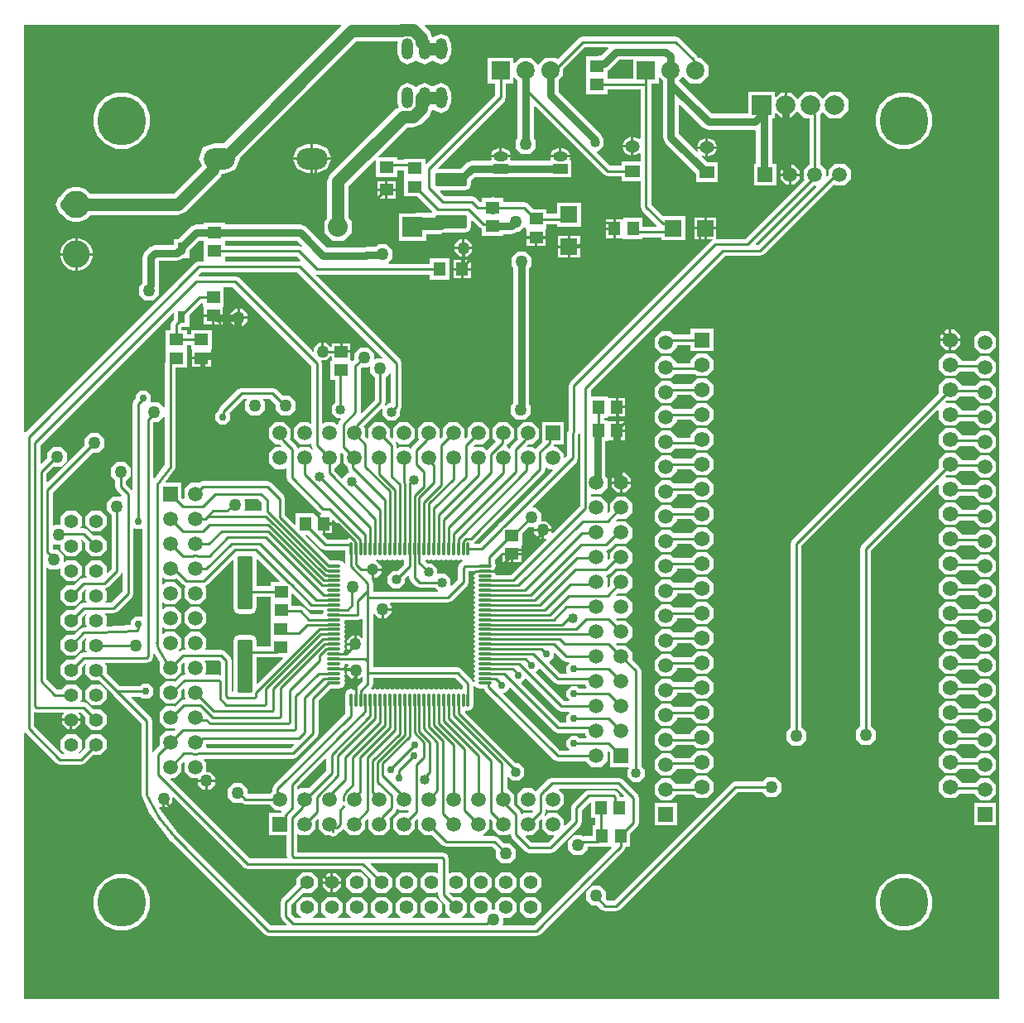
<source format=gtl>
G04*
G04 #@! TF.GenerationSoftware,Altium Limited,Altium Designer,21.3.2 (30)*
G04*
G04 Layer_Physical_Order=1*
G04 Layer_Color=255*
%FSTAX44Y44*%
%MOMM*%
G71*
G04*
G04 #@! TF.SameCoordinates,F8E9BDDD-FC12-4FEB-8D7F-7DE70A56B409*
G04*
G04*
G04 #@! TF.FilePolarity,Positive*
G04*
G01*
G75*
%ADD10C,0.2540*%
%ADD20C,0.7620*%
%ADD23R,1.2000X1.4000*%
G04:AMPARAMS|DCode=24|XSize=5.5mm|YSize=1.5mm|CornerRadius=0.1875mm|HoleSize=0mm|Usage=FLASHONLY|Rotation=90.000|XOffset=0mm|YOffset=0mm|HoleType=Round|Shape=RoundedRectangle|*
%AMROUNDEDRECTD24*
21,1,5.5000,1.1250,0,0,90.0*
21,1,5.1250,1.5000,0,0,90.0*
1,1,0.3750,0.5625,2.5625*
1,1,0.3750,0.5625,-2.5625*
1,1,0.3750,-0.5625,-2.5625*
1,1,0.3750,-0.5625,2.5625*
%
%ADD24ROUNDEDRECTD24*%
%ADD25R,1.4000X1.2000*%
%ADD26O,1.4500X0.3000*%
%ADD27O,0.3000X1.4500*%
%ADD28R,0.8000X1.2000*%
%ADD29R,1.3970X1.2700*%
%ADD30R,1.2700X1.3970*%
G04:AMPARAMS|DCode=31|XSize=1.34mm|YSize=3.29mm|CornerRadius=0.1675mm|HoleSize=0mm|Usage=FLASHONLY|Rotation=270.000|XOffset=0mm|YOffset=0mm|HoleType=Round|Shape=RoundedRectangle|*
%AMROUNDEDRECTD31*
21,1,1.3400,2.9550,0,0,270.0*
21,1,1.0050,3.2900,0,0,270.0*
1,1,0.3350,-1.4775,-0.5025*
1,1,0.3350,-1.4775,0.5025*
1,1,0.3350,1.4775,0.5025*
1,1,0.3350,1.4775,-0.5025*
%
%ADD31ROUNDEDRECTD31*%
%ADD32R,1.7000X1.7000*%
%ADD33R,1.7000X1.7000*%
%ADD69C,0.2540*%
%ADD70C,1.2700*%
%ADD71R,1.5000X1.0000*%
%ADD72O,1.5000X1.0000*%
%ADD73R,1.5000X1.3000*%
%ADD74O,1.5000X1.3000*%
%ADD75O,1.2000X2.2000*%
%ADD76R,1.8600X1.8600*%
%ADD77C,1.8600*%
%ADD78R,1.5000X1.5000*%
%ADD79C,1.5000*%
%ADD80R,1.5000X1.5000*%
%ADD81C,2.0320*%
%ADD82R,2.0320X2.0320*%
%ADD83C,1.5600*%
%ADD84R,1.5600X1.5600*%
%ADD85C,5.0000*%
%ADD86C,2.0000*%
%ADD87R,2.0000X2.0000*%
%ADD88C,1.4000*%
%ADD89C,2.7940*%
%ADD90O,3.2000X2.2000*%
%ADD91C,1.2700*%
%ADD92C,1.0160*%
%ADD93C,0.7620*%
%ADD94C,1.2000*%
G36*
X01006692Y00019468D02*
X00009309D01*
X00009309Y00290999D01*
X00010579Y00291525D01*
X00041832Y00260272D01*
X0004572Y00258661D01*
X0006731D01*
X00071198Y00260272D01*
X00079516Y0026859D01*
X00087028D01*
X0009336Y00274922D01*
Y00283878D01*
X00087028Y0029021D01*
X00078072D01*
X0007174Y00283878D01*
Y00276366D01*
X00065526Y00270152D01*
X00065057Y00270223D01*
X00064613Y00271575D01*
X0006796Y00274922D01*
Y00283878D01*
X00061628Y0029021D01*
X00052672D01*
X0004634Y00283878D01*
Y00274922D01*
X0005043Y00270832D01*
X00049945Y00269659D01*
X00047998D01*
X00019468Y00298188D01*
Y00311828D01*
X00020524Y00312533D01*
X00021808Y00312001D01*
X00049201D01*
X00049686Y00310828D01*
X0004761Y00308752D01*
Y0030607D01*
X0005715D01*
X0006669D01*
Y00308752D01*
X00064613Y00310828D01*
X000651Y00312001D01*
X00067572D01*
X0007174Y00307834D01*
Y00300322D01*
X00078072Y0029399D01*
X00087028D01*
X0009336Y00300322D01*
Y00309278D01*
X00087028Y0031561D01*
X00079516D01*
X00073738Y00321388D01*
X0006985Y00322999D01*
X00066895D01*
X0006641Y00324172D01*
X0006796Y00325722D01*
Y00334678D01*
X00061628Y0034101D01*
X00052672D01*
X00047361Y00335699D01*
X00042918D01*
X00032169Y00346448D01*
Y00459804D01*
X00033342Y0046029D01*
X00035162Y0045847D01*
X00043578D01*
X00045167Y00460058D01*
X0004634Y00459572D01*
Y00452722D01*
X00052672Y0044639D01*
X00061628D01*
X0006796Y00452722D01*
Y00461678D01*
X00061628Y0046801D01*
X00052672D01*
X00050703Y00466041D01*
X0004953Y00466527D01*
Y00472838D01*
X00043578Y0047879D01*
X00038654D01*
X00038519Y00478926D01*
Y00484044D01*
X00039692Y0048453D01*
X00040242Y0048398D01*
X0004634D01*
Y00478122D01*
X00052672Y0047179D01*
X00061628D01*
X0006796Y00478122D01*
Y00487078D01*
X00067153Y00487885D01*
X00067597Y00489237D01*
X00068066Y00489308D01*
X0007174Y00485634D01*
Y00478122D01*
X00078072Y0047179D01*
X00087028D01*
X0009336Y00478122D01*
Y00487078D01*
X00087028Y0049341D01*
X00079516D01*
X00073738Y00499188D01*
X0006985Y00500798D01*
X00066895D01*
X0006641Y00501972D01*
X0006796Y00503522D01*
Y00512478D01*
X00061628Y0051881D01*
X00052672D01*
X0004634Y00512478D01*
Y005043D01*
X00040242D01*
X00039692Y0050375D01*
X00038519Y00504236D01*
Y00537472D01*
X00078896Y0057785D01*
X00085488D01*
X0009144Y00583802D01*
Y00592218D01*
X00085488Y0059817D01*
X00077072D01*
X0007112Y00592218D01*
Y00585626D01*
X00033342Y00547848D01*
X00032169Y00548334D01*
Y00556313D01*
X00039735Y0056388D01*
X00047388D01*
X0005334Y00569832D01*
Y00578248D01*
X00047388Y005842D01*
X00038972D01*
X0003302Y00578248D01*
Y00572717D01*
X00026992Y00566689D01*
X00025819Y00567175D01*
Y00585732D01*
X00161197Y00721111D01*
X0016237Y00720624D01*
Y00714586D01*
X00160604Y0071282D01*
X00158994Y00708932D01*
Y00703576D01*
X00153682D01*
Y00683956D01*
Y00671047D01*
X00153263Y00670036D01*
Y00624901D01*
X00151993Y00624375D01*
X00146448Y0062992D01*
X00139429D01*
X0013843Y00630574D01*
X0013843Y00631025D01*
Y00636886D01*
X00133966Y0064135D01*
X00127654D01*
X0012319Y00636886D01*
Y0063327D01*
X00121842Y00631922D01*
X00120232Y00628034D01*
Y00540503D01*
X00118961Y00539977D01*
X00113161Y00545778D01*
X00113245Y00549507D01*
X0011811Y00554372D01*
Y00562789D01*
X00112158Y0056874D01*
X00103742D01*
X0009779Y00562789D01*
Y00554372D01*
X00102254Y00549908D01*
X00102138Y00544762D01*
X00102162Y005447D01*
X00102136Y00544638D01*
X00102136Y00543527D01*
X00102918Y00541641D01*
X00103747Y0053964D01*
X0010449Y00538896D01*
X0010449Y00538896D01*
X0010449Y00538896D01*
X00108976Y0053441D01*
X0010819Y005334D01*
X00099932D01*
X0009398Y00527448D01*
Y00519032D01*
X00098642Y0051437D01*
Y00459478D01*
X00094533Y00455369D01*
X0009336Y00455855D01*
Y00461678D01*
X00087028Y0046801D01*
X00078072D01*
X0007174Y00461678D01*
Y00452722D01*
X00073291Y00451172D01*
X00072804Y00449999D01*
X0006985D01*
X00065962Y00448388D01*
X00060184Y0044261D01*
X00052672D01*
X0004634Y00436278D01*
Y00427322D01*
X00052672Y0042099D01*
X00061628D01*
X0006796Y00427322D01*
Y00434834D01*
X00071634Y00438508D01*
X00072103Y00438437D01*
X00072547Y00437085D01*
X0007174Y00436278D01*
Y00427322D01*
X00073291Y00425772D01*
X00072804Y00424599D01*
X0006985D01*
X00065962Y00422988D01*
X00060184Y0041721D01*
X00052672D01*
X0004634Y00410878D01*
Y00401922D01*
X00052672Y0039559D01*
X00061628D01*
X0006796Y00401922D01*
Y00409434D01*
X00071634Y00413108D01*
X00072103Y00413037D01*
X00072547Y00411685D01*
X0007174Y00410878D01*
Y00401922D01*
X00073098Y00400565D01*
X00072637Y00399381D01*
X0006967Y00399252D01*
X00067863Y0039841D01*
X00066021Y00397647D01*
X00060184Y0039181D01*
X00052672D01*
X0004634Y00385478D01*
Y00376522D01*
X00052672Y0037019D01*
X00061628D01*
X0006796Y00376522D01*
Y00384034D01*
X00071814Y00387888D01*
X00072292Y00387826D01*
X00072748Y00386486D01*
X0007174Y00385478D01*
Y00376522D01*
X00073291Y00374972D01*
X00072804Y00373798D01*
X0006985D01*
X00065962Y00372188D01*
X00060184Y0036641D01*
X00052672D01*
X0004634Y00360078D01*
Y00351122D01*
X00052672Y0034479D01*
X00061628D01*
X0006796Y00351122D01*
Y00358634D01*
X00071634Y00362308D01*
X00072103Y00362237D01*
X00072547Y00360885D01*
X0007174Y00360078D01*
Y00351122D01*
X00078072Y0034479D01*
X00085584D01*
X00100252Y00330122D01*
X00100252Y00330122D01*
X00129122Y00301252D01*
Y00227358D01*
X00129954Y00225348D01*
X00129941Y00225342D01*
X00136458Y0020961D01*
X00159674Y00179355D01*
X00160261Y00179943D01*
X00160261Y00179943D01*
X00255192Y00085012D01*
X0025908Y00083401D01*
X00532958D01*
X00536846Y00085012D01*
X00588916Y00137082D01*
X00588916Y00137082D01*
X00622944Y0017111D01*
X00624554Y00174998D01*
X00628866D01*
Y0018802D01*
X00636348Y00195502D01*
X00637958Y0019939D01*
Y0022479D01*
X00636348Y00228678D01*
X00621108Y00243918D01*
X0061722Y00245529D01*
X0054886D01*
X00544972Y00243918D01*
X00537442Y00236388D01*
X00537339Y0023614D01*
X00537178Y00236032D01*
X0053707Y00235871D01*
X00536822Y00235768D01*
X00533322Y00232268D01*
X00533236Y00232062D01*
X00531991Y00231814D01*
X00529195Y0023461D01*
X00519825D01*
X005132Y00227985D01*
Y00218615D01*
X00519825Y0021199D01*
X00529028D01*
X00529808Y00210974D01*
X00528044Y0020921D01*
X00519825D01*
X00518482Y00207867D01*
X00517247Y00208428D01*
X00515698Y00212168D01*
X00509835Y00218031D01*
X0051042Y00218615D01*
Y00227985D01*
X00503795Y0023461D01*
X00503339D01*
Y002457D01*
X00504512Y00246186D01*
X00508128Y0024257D01*
X00515492D01*
X005207Y00247778D01*
Y00255142D01*
X00515492Y0026035D01*
X00511966D01*
X00459906Y0031241D01*
X00460135Y00313728D01*
X0046114Y00314235D01*
X0046315Y00313403D01*
X00467214Y00315086D01*
X00468898Y0031915D01*
Y0033065D01*
X00468648Y00331251D01*
Y00339445D01*
X00469919Y00339697D01*
X00470586Y00338086D01*
X0047465Y00336403D01*
X00479521D01*
X00480334Y0033444D01*
X00550912Y00263862D01*
X005548Y00262252D01*
X00583864D01*
X00589675Y0025644D01*
X00599045D01*
X0060567Y00263065D01*
Y00272268D01*
X00606686Y00273048D01*
X0060845Y00271284D01*
Y0025644D01*
X00627018D01*
X00627505Y00255267D01*
X0062611Y00253872D01*
Y00246508D01*
X00631318Y002413D01*
X00638682D01*
X0064389Y00246508D01*
Y00253872D01*
X00640499Y00257264D01*
Y0035411D01*
X00638888Y00357998D01*
X00638144Y00358742D01*
X00638144Y00358742D01*
X0063107Y00365816D01*
Y00374035D01*
X00624445Y0038066D01*
X00616226D01*
X00614462Y00382424D01*
X00615242Y0038344D01*
X00624445D01*
X0063107Y00390065D01*
Y00399435D01*
X00624445Y0040606D01*
X00616226D01*
X00614462Y00407824D01*
X00615242Y0040884D01*
X00624445D01*
X0063107Y00415465D01*
Y00424835D01*
X00624445Y0043146D01*
X00615242D01*
X00614462Y00432476D01*
X00616226Y0043424D01*
X00624445D01*
X0063107Y00440865D01*
Y00450235D01*
X00624445Y0045686D01*
X00615075D01*
X0060845Y00450235D01*
Y00442016D01*
X00606686Y00440252D01*
X0060567Y00441032D01*
Y00450235D01*
X00604327Y00451578D01*
X00604824Y00452877D01*
X00608408Y00454362D01*
X00614381Y00460335D01*
X00615075Y0045964D01*
X00624445D01*
X0063107Y00466265D01*
Y00475635D01*
X00624445Y0048226D01*
X00615075D01*
X0060845Y00475635D01*
Y00469956D01*
X00606843Y0046835D01*
X0060567Y00468836D01*
Y00475635D01*
X00604327Y00476978D01*
X00604824Y00478277D01*
X00608408Y00479762D01*
X00614381Y00485735D01*
X00615075Y0048504D01*
X00624445D01*
X0063107Y00491665D01*
Y00501035D01*
X00624445Y0050766D01*
X00615242D01*
X00614462Y00508676D01*
X00616226Y0051044D01*
X00624445D01*
X0063107Y00517065D01*
Y00526435D01*
X00624445Y0053306D01*
X00615075D01*
X0060845Y00526435D01*
Y00518216D01*
X00606686Y00516452D01*
X0060567Y00517232D01*
Y00526435D01*
X00599045Y0053306D01*
X00589675D01*
X00588549Y00533527D01*
Y00535373D01*
X00589675Y0053584D01*
X00599045D01*
X0060567Y00542465D01*
Y00551835D01*
X00603595Y0055391D01*
Y00589646D01*
X00606144D01*
Y00589915D01*
X00606794Y00590916D01*
X00607414Y00590916D01*
X00614064D01*
Y00600456D01*
Y00609996D01*
X00607414D01*
X00606794Y00609996D01*
X00606144Y00610997D01*
Y00611266D01*
X00602398D01*
Y00613776D01*
X00606144D01*
Y00614045D01*
X00606794Y00615046D01*
X00607414Y00615046D01*
X00614064D01*
Y00624586D01*
Y00634126D01*
X00607414D01*
X00606794Y00634126D01*
X00606144Y00635127D01*
Y00635396D01*
X00588549D01*
Y00641732D01*
X00726178Y00779361D01*
X00762D01*
X00765888Y00780972D01*
X00837266Y0085235D01*
X00838578Y00851038D01*
X00847947D01*
X00854573Y00857663D01*
Y00867032D01*
X00847947Y00873658D01*
X00838578D01*
X00831953Y00867032D01*
Y00862589D01*
X00830346Y00860982D01*
X00829173Y00861468D01*
Y00867032D01*
X00823361Y00872844D01*
Y00924063D01*
X00823356Y00924076D01*
X008257Y0092642D01*
X0083248Y0091964D01*
X0084392D01*
X0085201Y0092773D01*
Y0093917D01*
X0084392Y0094726D01*
X0083248D01*
X008257Y0094048D01*
X0081892Y0094726D01*
X00807479D01*
X00799802Y00939582D01*
X00793394Y0094599D01*
X0078947D01*
Y0093345D01*
Y0092091D01*
X00793394D01*
X00799802Y00927318D01*
X00807479Y0091964D01*
X00812364D01*
Y00872844D01*
X00806553Y00867032D01*
Y00857663D01*
X00807265Y00856951D01*
X00747022Y00796709D01*
X00717469D01*
X0071715Y00796709D01*
X0071715Y00797401D01*
Y0080645D01*
X0070738D01*
Y0079668D01*
X00712956D01*
X00713204Y00795434D01*
X00712392Y00795098D01*
X00567403Y0065011D01*
X00565793Y00646222D01*
Y00600445D01*
X00564731Y00597882D01*
Y00575048D01*
X00562393Y00572709D01*
X0056122Y00573195D01*
Y00577235D01*
X00554595Y0058386D01*
X00551432D01*
X00550583Y0058513D01*
X00551209Y0058664D01*
X0056122D01*
Y0060926D01*
X005386D01*
Y00588177D01*
X00538587Y00588165D01*
X00538402Y00588088D01*
X00532516Y00582202D01*
X00532466Y00582082D01*
X00531221Y00581834D01*
X00529195Y0058386D01*
X00523665D01*
X00523179Y00585033D01*
X00524786Y0058664D01*
X00529195D01*
X0053582Y00593265D01*
Y00602635D01*
X00529195Y0060926D01*
X00519825D01*
X005132Y00602635D01*
Y00593265D01*
X0051453Y00591936D01*
X00507922Y00585328D01*
X00506809Y00582642D01*
X00505311Y00582344D01*
X00503795Y0058386D01*
X00503081D01*
X00502232Y0058513D01*
X00502858Y0058664D01*
X00503795D01*
X0051042Y00593265D01*
Y00602635D01*
X00503795Y0060926D01*
X00494425D01*
X004878Y00602635D01*
Y00593265D01*
X0049156Y00589506D01*
X00482522Y00580468D01*
X00481909Y00580346D01*
X00478395Y0058386D01*
X00469192D01*
X00468412Y00584876D01*
X00470176Y0058664D01*
X00478395D01*
X0048502Y00593265D01*
Y00602635D01*
X00478395Y0060926D01*
X00469025D01*
X004624Y00602635D01*
Y00594416D01*
X00460636Y00592652D01*
X0045962Y00593432D01*
Y00602635D01*
X00452995Y0060926D01*
X00443625D01*
X00437Y00602635D01*
Y00594416D01*
X00435236Y00592652D01*
X0043422Y00593432D01*
Y00602635D01*
X00427595Y0060926D01*
X00418225D01*
X004116Y00602635D01*
Y00593265D01*
X00413455Y00591411D01*
X00406322Y00584278D01*
X00405428Y0058212D01*
X00404183Y00581872D01*
X00402195Y0058386D01*
X00392825D01*
X00391482Y00582517D01*
X00390308Y00583003D01*
Y0058525D01*
X00388816Y00588853D01*
X00389893Y00589573D01*
X00392825Y0058664D01*
X00402195D01*
X0040882Y00593265D01*
Y00602635D01*
X00402195Y0060926D01*
X00392825D01*
X003862Y00602635D01*
Y00593432D01*
X00385184Y00592652D01*
X0038342Y00594416D01*
Y00602635D01*
X00376795Y0060926D01*
X00367425D01*
X003608Y00602635D01*
Y00593432D01*
X00359784Y00592652D01*
X0035802Y00594416D01*
Y00602635D01*
X00356055Y00604599D01*
X0037465Y00623194D01*
X0037592Y00622668D01*
Y00616078D01*
X00381128Y0061087D01*
X00388492D01*
X003937Y00616078D01*
Y00621092D01*
X00393778Y0062117D01*
X00395388Y00625058D01*
Y0066929D01*
X00393778Y00673178D01*
X00307556Y007594D01*
X00308262Y00760456D01*
X0030861Y00760312D01*
X0042418D01*
Y00755015D01*
X004445D01*
Y00776605D01*
X0042418D01*
Y00771309D01*
X00382206D01*
X0038172Y00772482D01*
X0038608Y00776842D01*
Y00785258D01*
X00380128Y0079121D01*
X00371712D01*
X00368828Y00788326D01*
X00358836D01*
X00358117Y00788028D01*
X00318376D01*
X00297498Y00808906D01*
X00291666Y00811322D01*
X00214618D01*
Y00812884D01*
X00192998D01*
Y00811322D01*
X00184634D01*
X00178802Y00808906D01*
X00166326Y0079643D01*
X0016237D01*
Y00790568D01*
X00142894D01*
X00137062Y00788152D01*
X00132598Y00783688D01*
X00130182Y00777856D01*
Y00751391D01*
X00127Y00748208D01*
Y00739792D01*
X00132952Y0073384D01*
X00141368D01*
X0014732Y00739792D01*
Y00748208D01*
X00146611Y00748918D01*
X00146678Y0074908D01*
Y00774072D01*
X00165526D01*
X00171358Y00776488D01*
X00171681Y0077681D01*
X0017799D01*
Y00783563D01*
X00178428Y0078462D01*
Y00785204D01*
X0018805Y00794826D01*
X00192998D01*
Y00774264D01*
X001919Y00773848D01*
X0018796D01*
X00184072Y00772238D01*
X00010579Y00598745D01*
X00009309Y00599271D01*
X00009309Y01015582D01*
X00333058D01*
X00333544Y01014408D01*
X00213866Y0089473D01*
X00213528Y0089487D01*
X00203528D01*
X00192193Y00890175D01*
X00187498Y0087884D01*
X00190567Y00871431D01*
X00161983Y00842847D01*
X00076539D01*
X00072463Y00846923D01*
X00065928Y0084963D01*
X00058854D01*
X0005232Y00846923D01*
X00047318Y00841922D01*
X00046797Y00840663D01*
X00044294Y00839626D01*
X00041073Y0083185D01*
X00044294Y00824074D01*
X00046458Y0082191D01*
X00047702Y00821395D01*
X0005232Y00816777D01*
X00058854Y0081407D01*
X00065928D01*
X00072463Y00816777D01*
X00076539Y00820853D01*
X00166538D01*
X00174314Y00824074D01*
X00209525Y00859284D01*
X00210985Y0086281D01*
X00213528D01*
X00224863Y00867505D01*
X00229558Y0087884D01*
X00229418Y00879178D01*
X00348893Y00998653D01*
X0039072D01*
X00391425Y00997597D01*
X00390702Y0099585D01*
Y0098585D01*
X00393812Y00978342D01*
X0040132Y00975232D01*
X00408828Y00978342D01*
X00409185Y00979203D01*
X00410455D01*
X00410812Y00978342D01*
X0041832Y00975232D01*
X00425828Y00978342D01*
X00426133Y00979077D01*
X00427507D01*
X00427812Y00978342D01*
X0043532Y00975232D01*
X00442828Y00978342D01*
X00445938Y0098585D01*
Y00989936D01*
X00446317Y0099085D01*
X00445938Y00991765D01*
Y0099585D01*
X00442828Y01003358D01*
X0043532Y01006468D01*
X00427812Y01003358D01*
X00427621Y01002899D01*
X00426247D01*
X00423478Y01009584D01*
X00418653Y01014408D01*
X0041914Y01015582D01*
X01006692D01*
Y00019468D01*
D02*
G37*
G36*
X00819228Y00849864D02*
X00759722Y00790359D01*
X00757884D01*
X00757398Y00791532D01*
X00816904Y00851038D01*
X00818742D01*
X00819228Y00849864D01*
D02*
G37*
G36*
X00293389Y00789687D02*
X0029267Y0078861D01*
X00290346Y00789573D01*
X00214618D01*
Y00794826D01*
X00288249D01*
X00293389Y00789687D01*
D02*
G37*
G36*
X00291884Y0077476D02*
X00291178Y00773704D01*
X0029083Y00773848D01*
X00215716D01*
X00214618Y00774264D01*
Y00778576D01*
X00288068D01*
X00291884Y0077476D01*
D02*
G37*
G36*
X00303111Y00667012D02*
Y00608403D01*
X00301938Y00607917D01*
X00300595Y0060926D01*
X00291225D01*
X002846Y00602635D01*
Y00593265D01*
X00291225Y0058664D01*
X00300595D01*
X00301938Y00587984D01*
X00303111Y00587497D01*
Y0058525D01*
X00304604Y00581647D01*
X00303527Y00580928D01*
X00300595Y0058386D01*
X00291225D01*
X00289709Y00582344D01*
X00288211Y00582642D01*
X00287098Y00585328D01*
X0028049Y00591936D01*
X0028182Y00593265D01*
Y00602635D01*
X00275195Y0060926D01*
X00265825D01*
X002592Y00602635D01*
Y00593265D01*
X00265825Y0058664D01*
X00270234D01*
X00271841Y00585033D01*
X00271355Y0058386D01*
X00265825D01*
X002592Y00577235D01*
Y00567865D01*
X00265825Y0056124D01*
X00275195D01*
X00276538Y00562584D01*
X00277712Y00562098D01*
Y0055245D01*
X00279322Y00548562D01*
X00311072Y00516812D01*
X00312993Y00516016D01*
X00312741Y00514746D01*
X00307074D01*
X00306424Y00515747D01*
Y00516016D01*
X00286804D01*
Y00504951D01*
X00285631Y00504465D01*
X00276008Y00514088D01*
Y0053064D01*
X00274398Y00534528D01*
X00261478Y00547448D01*
X0025759Y00549058D01*
X0019199D01*
X00188102Y00547448D01*
X00187684Y0054703D01*
X00179465D01*
X0017284Y00540405D01*
Y00531202D01*
X00171824Y00530422D01*
X0017006Y00532186D01*
Y0054703D01*
X00154177D01*
X00153616Y00548169D01*
X00163122Y00560542D01*
X00163582Y00562254D01*
X00164261Y00563892D01*
Y00664956D01*
X00175302D01*
Y00683956D01*
Y00688268D01*
X00179656D01*
Y00683956D01*
X00179925D01*
X00180926Y00683306D01*
X00180926Y00682686D01*
Y00676036D01*
X00190466D01*
X00200006D01*
Y00682686D01*
X00200006Y00683306D01*
X00201007Y00683956D01*
X00201276D01*
Y00703576D01*
X00179656D01*
Y00699265D01*
X00175302D01*
Y00703576D01*
X00169991D01*
Y00706655D01*
X00170146Y0070681D01*
X0017799D01*
Y00718654D01*
X00190458Y00731122D01*
X00191728Y00730596D01*
Y00727224D01*
X00191997D01*
X00192998Y00726574D01*
X00192998Y00725954D01*
Y00719304D01*
X00202538D01*
X00212078D01*
Y00725954D01*
X00212078Y00726574D01*
X00213079Y00727224D01*
X00213348D01*
Y00746844D01*
X002143Y00747611D01*
X00222512D01*
X00303111Y00667012D01*
D02*
G37*
G36*
X00375861Y00675543D02*
X00375375Y0067437D01*
X00369172D01*
X00368203Y00673402D01*
X0036703Y00673888D01*
Y00679848D01*
X00361078Y006858D01*
X00352662D01*
X0034671Y00679848D01*
Y00673256D01*
X00345374Y0067192D01*
X00344158Y00672184D01*
X003431Y00672696D01*
X00342888Y00672834D01*
X00342888Y00673454D01*
Y00680104D01*
X00333348D01*
Y00681374D01*
X00332078D01*
Y00689914D01*
X00323808D01*
Y00686421D01*
X00322538Y00685895D01*
X00318098Y00690335D01*
X00315685D01*
Y00681445D01*
X00313145D01*
Y00690335D01*
X00310733D01*
X00305525Y00685128D01*
Y0068181D01*
X00304352Y00681324D01*
X00228678Y00756998D01*
X0022479Y00758608D01*
X00187654D01*
X00187168Y00759782D01*
X00190238Y00762851D01*
X00288552D01*
X00375861Y00675543D01*
D02*
G37*
G36*
X00384392Y00659057D02*
Y0062865D01*
X00381128D01*
X00378892Y00626415D01*
X00377816Y00627134D01*
X00378879Y006297D01*
Y0065534D01*
X00383121Y00659583D01*
X00384392Y00659057D01*
D02*
G37*
G36*
X0036322Y00665962D02*
Y00660002D01*
X00367882Y0065534D01*
Y00631978D01*
X0035439Y00618487D01*
X00353334Y00619192D01*
X00353479Y0061954D01*
Y00664472D01*
X00354486Y0066548D01*
X00361078D01*
X00362047Y00666448D01*
X0036322Y00665962D01*
D02*
G37*
G36*
X00323808Y0067647D02*
X00323808Y00672834D01*
X00322807Y00672184D01*
X00322538D01*
Y00652564D01*
X00327242D01*
Y00629374D01*
X0032385Y00625982D01*
Y00618618D01*
X00329058Y0061341D01*
X00332414D01*
X003329Y00612237D01*
X00331512Y00610848D01*
X00329957Y00607094D01*
X00328728Y00606527D01*
X00325995Y0060926D01*
X00316625D01*
X00315282Y00607917D01*
X00314109Y00608403D01*
Y0066929D01*
X00313193Y00671499D01*
X00313899Y00672555D01*
X00318098D01*
X00322538Y00676996D01*
X00323808Y0067647D01*
D02*
G37*
G36*
X003354Y00576084D02*
Y00567865D01*
X00339604Y00563662D01*
Y00562728D01*
X00341214Y0055884D01*
X00341351Y00558703D01*
X00340865Y0055753D01*
X00340488D01*
X0033528Y00552322D01*
X00334427Y00551969D01*
X00326809Y00559588D01*
Y00562054D01*
X0033262Y00567865D01*
Y00577068D01*
X00333636Y00577848D01*
X003354Y00576084D01*
D02*
G37*
G36*
X00153263Y00614619D02*
Y0056576D01*
X00142591Y0055187D01*
X00141389Y00552279D01*
Y00609464D01*
X00141524Y006096D01*
X00146448D01*
X00151993Y00615145D01*
X00153263Y00614619D01*
D02*
G37*
G36*
X00252311Y00526965D02*
Y00518359D01*
X00234666D01*
X0023418Y00519532D01*
X0023495Y00520302D01*
Y00528718D01*
X002344Y00529268D01*
X00234886Y00530442D01*
X00248835D01*
X00252311Y00526965D01*
D02*
G37*
G36*
X00577551Y00597463D02*
Y00523098D01*
X0054991Y00495456D01*
X0054864Y00495982D01*
Y0049784D01*
X0054102D01*
Y0049022D01*
X00542878D01*
X00543404Y0048895D01*
X00507103Y00452649D01*
X00491691D01*
X00490214Y00456214D01*
X00490147Y00456242D01*
X00490523Y0045715D01*
X00490147Y00458058D01*
X00490214Y00458086D01*
X00491898Y0046215D01*
X00490378Y00465817D01*
Y00468962D01*
X00497253Y00475837D01*
X00497834Y00475596D01*
X00507966D01*
X00517506D01*
Y00482866D01*
X00518507Y00483516D01*
X00518776D01*
Y0049536D01*
X00525066Y0050165D01*
X0053086D01*
Y0050038D01*
X0054864D01*
Y00502792D01*
X00543432Y00508D01*
X0053848D01*
Y00516018D01*
X00532528Y0052197D01*
X00528866D01*
X00528379Y00523143D01*
X00574118Y00568882D01*
X00575728Y0057277D01*
Y00596381D01*
X00576281Y00597715D01*
X00577551Y00597463D01*
D02*
G37*
G36*
X00342372Y0049195D02*
X00342074Y00490452D01*
X00339483Y00489379D01*
X00319218D01*
X00314103Y00494493D01*
X00314344Y00495074D01*
Y00505206D01*
X00315614D01*
Y00506476D01*
X00324154D01*
Y00508509D01*
X00325327Y00508995D01*
X00342372Y0049195D01*
D02*
G37*
G36*
X00545225Y0056124D02*
X00549265D01*
X00549751Y00560067D01*
X00496546Y00506862D01*
X0049571Y00506516D01*
X00493776Y00504582D01*
X0049343Y00503746D01*
X00474583Y00484899D01*
X00470204D01*
X00469871Y00485684D01*
X00469815Y00486169D01*
X00540292Y00556646D01*
X00541903Y00560534D01*
Y00562904D01*
X00543076Y0056339D01*
X00545225Y0056124D01*
D02*
G37*
G36*
X0045315Y00467903D02*
X0045565Y00468938D01*
X00457807Y00468045D01*
X00457951Y00466729D01*
X0045607Y0046595D01*
X00454582Y00464462D01*
X00452971Y00460574D01*
Y00448048D01*
X00446548Y00441624D01*
X00445278Y0044215D01*
Y0044896D01*
X0044007Y00454168D01*
X00432706D01*
X004318Y00454543D01*
Y00459612D01*
X00426592Y0046482D01*
X00421796D01*
X0041961Y00467006D01*
X00419831Y00468237D01*
X00420973Y00468804D01*
X0042315Y00467903D01*
X0042565Y00468938D01*
X0042815Y00467903D01*
X0043065Y00468938D01*
X0043315Y00467903D01*
X0043565Y00468938D01*
X0043815Y00467903D01*
X0044065Y00468938D01*
X0044315Y00467903D01*
X0044565Y00468938D01*
X0044815Y00467903D01*
X0045065Y00468938D01*
X0045315Y00467903D01*
D02*
G37*
G36*
X0039315D02*
X0039565Y00468938D01*
X00397651Y00468109D01*
Y00463848D01*
X00391004Y004572D01*
X00386208D01*
X00381Y00451992D01*
Y00444628D01*
X00386208Y0043942D01*
X00393572D01*
X0039878Y00444628D01*
Y00449424D01*
X00401478Y00452122D01*
X00402651Y00451636D01*
Y0045037D01*
X00404262Y00446482D01*
X00409354Y0044139D01*
X00413242Y00439779D01*
X00429314D01*
X00432423Y00436671D01*
X00432023Y00435401D01*
X00366179D01*
Y0044428D01*
X00364568Y00448168D01*
X00364199Y00448537D01*
X0036449Y00449238D01*
Y0045825D01*
X0036576D01*
Y0045952D01*
X003743D01*
Y00461787D01*
X00369297Y0046679D01*
X00368783D01*
X0036853Y0046806D01*
X0037065Y00468938D01*
X0037315Y00467903D01*
X0037565Y00468938D01*
X0037815Y00467903D01*
X0038065Y00468938D01*
X0038315Y00467903D01*
X0038565Y00468938D01*
X0038815Y00467903D01*
X0039065Y00468938D01*
X0039315Y00467903D01*
D02*
G37*
G36*
X00313052Y00479992D02*
X0031694Y00478382D01*
X00337402D01*
Y0047365D01*
X00337651Y00473049D01*
Y00464856D01*
X00336381Y00464603D01*
X00335714Y00466214D01*
X0033165Y00467898D01*
X00322198D01*
X00296873Y00493223D01*
X00297359Y00494396D01*
X00298648D01*
X00313052Y00479992D01*
D02*
G37*
G36*
X00270366Y00447028D02*
X0026988Y00445854D01*
X00261004D01*
Y00441543D01*
X00246728D01*
Y00468869D01*
X00247998Y00469395D01*
X00270366Y00447028D01*
D02*
G37*
G36*
X00110071Y00454926D02*
Y00436618D01*
X00098052Y00424599D01*
X00092296D01*
X0009181Y00425772D01*
X0009336Y00427322D01*
Y00436278D01*
X0009181Y00437828D01*
X00092142Y00439292D01*
X00095328Y00440612D01*
X00108028Y00453312D01*
X00108801Y00455179D01*
X00110071Y00454926D01*
D02*
G37*
G36*
X00223172Y00467516D02*
Y00419245D01*
X00224974Y00414894D01*
X00229325Y00413092D01*
X00240575D01*
X00244926Y00414894D01*
X00246728Y00419245D01*
Y00430546D01*
X00261004D01*
Y00426234D01*
Y00407666D01*
X00260936D01*
Y00388046D01*
Y00379625D01*
X00246728D01*
Y00385495D01*
X00244926Y00389846D01*
X00240575Y00391648D01*
X00229325D01*
X00224974Y00389846D01*
X00223172Y00385495D01*
Y00334526D01*
X00222203Y00333572D01*
X00222182Y00333558D01*
X00221399Y00333742D01*
Y0036576D01*
X00219788Y00369648D01*
X00214708Y00374728D01*
X0021082Y00376339D01*
X00194823D01*
X00194336Y00377512D01*
X0019546Y00378635D01*
Y00388005D01*
X00188835Y0039463D01*
X00179465D01*
X0017284Y00388005D01*
Y00378635D01*
X00173964Y00377512D01*
X00173477Y00376339D01*
X0017167D01*
X00168067Y00374846D01*
X00167347Y00375923D01*
X0017006Y00378635D01*
Y00388005D01*
X00163435Y0039463D01*
X00154065D01*
X00151572Y00392137D01*
X00150399Y00392623D01*
Y00399417D01*
X00151572Y00399903D01*
X00154065Y0039741D01*
X00163435D01*
X0017006Y00404035D01*
Y00413405D01*
X00163435Y0042003D01*
X00154065D01*
X00151572Y00417537D01*
X00150399Y00418023D01*
Y00424818D01*
X00151572Y00425303D01*
X00154065Y0042281D01*
X00163435D01*
X0017006Y00429435D01*
Y00438805D01*
X00163435Y0044543D01*
X00154065D01*
X00151572Y00442937D01*
X00150399Y00443423D01*
Y00450218D01*
X00151572Y00450704D01*
X00154065Y0044821D01*
X00163435D01*
X00164764Y0044954D01*
X00171372Y00442932D01*
X00174058Y00441819D01*
X00174356Y00440321D01*
X0017284Y00438805D01*
Y00429435D01*
X00179465Y0042281D01*
X00188835D01*
X0019546Y00429435D01*
Y00438805D01*
X00193944Y00440321D01*
X00194242Y00441819D01*
X00196928Y00442932D01*
X00221998Y00468002D01*
X00223172Y00467516D01*
D02*
G37*
G36*
X00299132Y00418262D02*
X0030302Y00416652D01*
X00314892D01*
X00315741Y00415382D01*
X00314609Y00412649D01*
X00302298D01*
X00295184Y00419762D01*
X00291296Y00421373D01*
X00282624D01*
Y00433111D01*
X00283797Y00433597D01*
X00299132Y00418262D01*
D02*
G37*
G36*
X00122574Y0050038D02*
X00128886D01*
X00129218Y00500712D01*
X00130392Y00500226D01*
Y00410364D01*
X00129218Y00409878D01*
X00128886Y0041021D01*
X00122574D01*
X0011811Y00405746D01*
Y00401358D01*
X00093395Y00400284D01*
X00092884Y00401446D01*
X0009336Y00401922D01*
Y00410878D01*
X0009181Y00412428D01*
X00092296Y00413601D01*
X0010033D01*
X00104218Y00415212D01*
X00119458Y00430452D01*
X00121068Y0043434D01*
Y00500226D01*
X00122242Y00500712D01*
X00122574Y0050038D01*
D02*
G37*
G36*
X00470205Y00455294D02*
X00468903Y0045215D01*
X00469938Y0044965D01*
X00468903Y0044715D01*
X00469938Y0044465D01*
X00468903Y0044215D01*
X00469938Y0043965D01*
X00468903Y0043715D01*
X00469938Y0043465D01*
X00468903Y0043215D01*
X00469938Y0042965D01*
X00468903Y0042715D01*
X00469938Y0042465D01*
X00468903Y0042215D01*
X00469938Y0041965D01*
X00468903Y0041715D01*
X00469938Y0041465D01*
X00468903Y0041215D01*
X00469938Y0040965D01*
X00468903Y0040715D01*
X00469938Y0040465D01*
X00468903Y0040215D01*
X00469938Y0039965D01*
X00468903Y0039715D01*
X00469938Y0039465D01*
X00468903Y0039215D01*
X00469938Y0038965D01*
X00468903Y0038715D01*
X00469938Y0038465D01*
X00468903Y0038215D01*
X00469938Y0037965D01*
X00468903Y0037715D01*
X00469938Y0037465D01*
X00468903Y0037215D01*
X00469938Y0036965D01*
X00468903Y0036715D01*
X00469938Y0036465D01*
X00468903Y0036215D01*
X00469938Y0035965D01*
X00468903Y0035715D01*
X00469938Y0035465D01*
X00468903Y0035215D01*
X00469938Y0034965D01*
X00468903Y0034715D01*
X00469938Y0034465D01*
X00469438Y00343443D01*
X00468063D01*
X00467038Y00345918D01*
X00456228Y00356728D01*
X0045234Y00358339D01*
X00366179D01*
Y0036427D01*
Y00413203D01*
X00367449Y00413729D01*
X00372238Y0040894D01*
X0037465D01*
Y0041783D01*
X0037592D01*
Y004191D01*
X0038481D01*
Y00421512D01*
X00383092Y0042323D01*
X00383578Y00424403D01*
X00442602D01*
X0044649Y00426014D01*
X00462358Y00441882D01*
X00463969Y0044577D01*
Y00456564D01*
X00469356D01*
X00470205Y00455294D01*
D02*
G37*
G36*
X00355182Y00407376D02*
Y0038908D01*
X00354008Y00388594D01*
X00351662Y0039094D01*
X0034925D01*
Y0038205D01*
X0034798D01*
Y0038078D01*
X0033909D01*
Y00378368D01*
X00343539Y00373919D01*
X00343013Y00372649D01*
X00336908D01*
X00336059Y00373919D01*
X00337397Y0037715D01*
X00336362Y0037965D01*
X00337397Y0038215D01*
X00336362Y0038465D01*
X00337397Y0038715D01*
X00336362Y0038965D01*
X00337397Y0039215D01*
X00336362Y0039465D01*
X00337397Y0039715D01*
X00336362Y0039965D01*
X00337397Y0040215D01*
X00336362Y0040465D01*
X00337191Y00406652D01*
X0035052D01*
X00353911Y00408056D01*
X00355182Y00407376D01*
D02*
G37*
G36*
X00559992Y00365462D02*
X0056388Y00363852D01*
X00566266D01*
X00566752Y00362678D01*
X0056388Y00359806D01*
Y00357661D01*
X00563461Y0035665D01*
X0056388Y0035564D01*
Y00353494D01*
X00564368Y00353006D01*
X00563882Y00351833D01*
X00557424D01*
X00546159Y00363097D01*
X00546646Y0036427D01*
X00546716D01*
X0055118Y00368734D01*
Y00372615D01*
X00552353Y00373101D01*
X00559992Y00365462D01*
D02*
G37*
G36*
X00210401Y00363482D02*
Y00351113D01*
X00209345Y00350407D01*
X00208062Y00350938D01*
X00194823D01*
X00194336Y00352112D01*
X0019546Y00353235D01*
Y00362605D01*
X00193897Y00364168D01*
X00194383Y00365341D01*
X00208542D01*
X00210401Y00363482D01*
D02*
G37*
G36*
X00148133Y00363298D02*
X0014744Y00362605D01*
Y00353235D01*
X00154065Y0034661D01*
X00163435D01*
X0017006Y00353235D01*
Y00361454D01*
X00171824Y00363218D01*
X0017284Y00362438D01*
Y00353235D01*
X00173964Y00352112D01*
X00173477Y00350938D01*
X0017294D01*
X00169052Y00349328D01*
X00163494Y00343771D01*
X00163435Y0034383D01*
X00154065D01*
X0014744Y00337205D01*
Y00327835D01*
X00154065Y0032121D01*
X00163435D01*
X0017006Y00327835D01*
Y00334784D01*
X0017157Y00336294D01*
X0017284Y00335768D01*
Y00327835D01*
X00174183Y00326492D01*
X00173697Y00325319D01*
X0017272D01*
X00168832Y00323708D01*
X00163494Y00318371D01*
X00163435Y0031843D01*
X00154065D01*
X0014744Y00311805D01*
Y00302435D01*
X00154065Y0029581D01*
X00163268D01*
X00164048Y00294794D01*
X00162284Y0029303D01*
X00154065D01*
X0014744Y00286405D01*
Y00278186D01*
X00142162Y00272908D01*
X00141389Y00271041D01*
X00140119Y00271294D01*
Y0030353D01*
X00138508Y00307418D01*
X00118588Y00327338D01*
X00119074Y00328512D01*
X00128072D01*
X00130194Y0032639D01*
X00136506D01*
X0014097Y00330854D01*
Y00337166D01*
X00136506Y0034163D01*
X00130194D01*
X00128072Y00339509D01*
X00106418D01*
X0009336Y00352566D01*
Y00360078D01*
X0009181Y00361628D01*
X00092296Y00362802D01*
X00134402D01*
X0013829Y00364412D01*
X00139778Y003659D01*
X00141389Y00369788D01*
Y00372174D01*
X00142659Y00372523D01*
X00148133Y00363298D01*
D02*
G37*
G36*
X00273737Y00367873D02*
X00247902Y00342038D01*
X00246728Y00342524D01*
Y00368628D01*
X00267016D01*
X00268027Y00369046D01*
X00273251D01*
X00273737Y00367873D01*
D02*
G37*
G36*
X00551258Y00342446D02*
X00555146Y00340836D01*
X0058305D01*
Y00339265D01*
X00584393Y00337922D01*
X00583907Y00336749D01*
X00576778D01*
X00574656Y0033887D01*
X00568344D01*
X0056388Y00334406D01*
Y00328094D01*
X00566752Y00325222D01*
X00566266Y00324049D01*
X00561078D01*
X00531881Y00353245D01*
X0053594Y00357304D01*
X00536265Y00357439D01*
X00551258Y00342446D01*
D02*
G37*
G36*
X00457651Y00339753D02*
Y00336191D01*
X0045565Y00335362D01*
X0045315Y00336398D01*
X0045065Y00335362D01*
X0044815Y00336398D01*
X0044565Y00335362D01*
X0044315Y00336398D01*
X0044065Y00335362D01*
X0043815Y00336398D01*
X0043565Y00335362D01*
X0043315Y00336398D01*
X0043065Y00335362D01*
X0042815Y00336398D01*
X0042565Y00335362D01*
X0042315Y00336398D01*
X0042065Y00335362D01*
X0041815Y00336398D01*
X0041565Y00335362D01*
X0041315Y00336398D01*
X0041065Y00335362D01*
X0040815Y00336398D01*
X0040565Y00335362D01*
X0040315Y00336398D01*
X0040065Y00335362D01*
X0039815Y00336398D01*
X0039565Y00335362D01*
X0039315Y00336398D01*
X0039065Y00335362D01*
X0038815Y00336398D01*
X0038565Y00335362D01*
X0038315Y00336398D01*
X0038065Y00335362D01*
X0037815Y00336398D01*
X0037565Y00335362D01*
X0037315Y00336398D01*
X0037065Y00335362D01*
X0036815Y00336398D01*
X0036565Y00335362D01*
X00364258Y00335939D01*
X0036401Y00337184D01*
X00364568Y00337742D01*
X00366179Y0034163D01*
Y00347342D01*
X00450062D01*
X00457651Y00339753D01*
D02*
G37*
G36*
X00340676Y00360478D02*
X00339175Y00358978D01*
Y00356565D01*
X00348065D01*
Y00355295D01*
X00349335D01*
Y00346405D01*
X00351747D01*
X00354008Y00348666D01*
X00355182Y0034818D01*
Y00343908D01*
X00349262Y00337988D01*
X00348189Y00335398D01*
X00346836Y00334871D01*
X0034315Y00336398D01*
X00339086Y00334714D01*
X00337402Y0033065D01*
Y0031915D01*
X00337651Y00318549D01*
Y00311138D01*
X00264238Y00237724D01*
X00262627Y00233836D01*
Y00231412D01*
X00260014Y00228799D01*
X00237626D01*
X0023749Y00228935D01*
Y00233859D01*
X00231538Y0023981D01*
X00223122D01*
X0021717Y00233859D01*
Y00225442D01*
X00223122Y0021949D01*
X00231382D01*
X0023146Y00219412D01*
X00235348Y00217802D01*
X00260014D01*
X00265825Y0021199D01*
X00271355D01*
X00272111Y0021072D01*
X00271486Y0020921D01*
X002592D01*
Y0018659D01*
X00277712D01*
Y00165318D01*
X00278243Y00164035D01*
X00277537Y00162978D01*
X00239768D01*
X00158909Y00243837D01*
X00159395Y0024501D01*
X00163435D01*
X0017006Y00251635D01*
Y00259854D01*
X00171824Y00261618D01*
X0017284Y00260838D01*
Y00251635D01*
X00179465Y0024501D01*
X0018669D01*
Y0024362D01*
X0020447D01*
Y00246033D01*
X00199262Y0025124D01*
X00195624D01*
X0019546Y00251635D01*
Y00261005D01*
X00192847Y00263618D01*
X00193333Y00264792D01*
X0028426D01*
X00288148Y00266402D01*
X00308688Y00286942D01*
X00310299Y0029083D01*
Y00324398D01*
X00322303Y00336403D01*
X0033165D01*
X00335714Y00338086D01*
X00337397Y0034215D01*
X00336362Y0034465D01*
X00337397Y0034715D01*
X00336362Y0034965D01*
X00337397Y0035215D01*
X00335714Y00356214D01*
X00335647Y00356242D01*
X00336023Y0035715D01*
X00335647Y00358058D01*
X00335714Y00358086D01*
X00337191Y00361652D01*
X0034019D01*
X00340676Y00360478D01*
D02*
G37*
G36*
X00554912Y00314662D02*
X005588Y00313052D01*
X00566266D01*
X00566752Y00311878D01*
X0056388Y00309006D01*
Y00306861D01*
X00563461Y0030585D01*
X0056388Y0030484D01*
Y00302694D01*
X00563676Y00302201D01*
X00557525D01*
X00518079Y00341647D01*
X00518135Y00343309D01*
X0052197Y00347144D01*
X00522295Y00347279D01*
X00554912Y00314662D01*
D02*
G37*
G36*
X0055136Y00292815D02*
X00555248Y00291204D01*
X0058305D01*
Y00288465D01*
X00584393Y00287122D01*
X00583907Y00285949D01*
X00576778D01*
X00574656Y0028807D01*
X00568344D01*
X0056388Y00283606D01*
Y00277294D01*
X00566752Y00274422D01*
X00566266Y00273249D01*
X00557078D01*
X00498979Y00331347D01*
X00499465Y0033252D01*
X00500996D01*
X0050546Y00336984D01*
Y00337055D01*
X00506633Y00337541D01*
X0055136Y00292815D01*
D02*
G37*
G36*
X00285272Y00279078D02*
X00281983Y00275789D01*
X00195873D01*
X00195387Y00276962D01*
X0019546Y00277035D01*
Y00280252D01*
X00284786D01*
X00285272Y00279078D01*
D02*
G37*
G36*
X00318351Y00264466D02*
Y00252468D01*
X00300494Y0023461D01*
X00291225D01*
X00289882Y00233267D01*
X00288708Y00233753D01*
Y00236482D01*
X00317178Y00264952D01*
X00318351Y00264466D01*
D02*
G37*
G36*
X00622472Y00227001D02*
X00621986Y00225828D01*
X00618554D01*
Y00225842D01*
X00616944Y0022973D01*
X00615456Y00231218D01*
X00611568Y00232829D01*
X0058674D01*
X00582852Y00231218D01*
X00569784Y0021815D01*
X00568173Y00214262D01*
Y0020257D01*
X00562393Y00196789D01*
X0056122Y00197275D01*
Y00202585D01*
X00554595Y0020921D01*
X00545225D01*
X00542293Y00206278D01*
X00541216Y00206997D01*
X00542709Y002106D01*
Y00212847D01*
X00543882Y00213333D01*
X00545225Y0021199D01*
X00554595D01*
X0056122Y00218615D01*
Y00227985D01*
X00555847Y00233358D01*
X00556333Y00234531D01*
X00614943D01*
X00622472Y00227001D01*
D02*
G37*
G36*
X00233602Y00153592D02*
X0023749Y00151981D01*
X00353103D01*
X0036384Y00141244D01*
Y00133733D01*
X00370172Y001274D01*
X00379128D01*
X0038546Y00133733D01*
Y00142688D01*
X00379128Y0014902D01*
X00371616D01*
X00363478Y00157158D01*
X00363964Y00158331D01*
X00432651D01*
Y00147956D01*
X00431478Y0014747D01*
X00429928Y0014902D01*
X00420972D01*
X0041464Y00142688D01*
Y00133733D01*
X00420972Y001274D01*
X00429928D01*
X00431478Y00128951D01*
X00432651Y00128465D01*
Y0012551D01*
X00434262Y00121622D01*
X0044004Y00115844D01*
Y00108333D01*
X00445181Y00103192D01*
X00444695Y00102019D01*
X00431605D01*
X00431119Y00103192D01*
X0043626Y00108333D01*
Y00117288D01*
X00429928Y0012362D01*
X00420972D01*
X0041464Y00117288D01*
Y00108333D01*
X00419781Y00103192D01*
X00419295Y00102019D01*
X00406205D01*
X00405719Y00103192D01*
X0041086Y00108333D01*
Y00117288D01*
X00404528Y0012362D01*
X00395572D01*
X0038924Y00117288D01*
Y00108333D01*
X00394381Y00103192D01*
X00393895Y00102019D01*
X00380805D01*
X00380319Y00103192D01*
X0038546Y00108333D01*
Y00117288D01*
X00379128Y0012362D01*
X00370172D01*
X0036384Y00117288D01*
Y00108333D01*
X00368981Y00103192D01*
X00368495Y00102019D01*
X00355405D01*
X00354919Y00103192D01*
X0036006Y00108333D01*
Y00117288D01*
X00353728Y0012362D01*
X00344772D01*
X0033844Y00117288D01*
Y00108333D01*
X00343581Y00103192D01*
X00343095Y00102019D01*
X00330005D01*
X00329519Y00103192D01*
X0033466Y00108333D01*
Y00117288D01*
X00328328Y0012362D01*
X00319372D01*
X0031304Y00117288D01*
Y00108333D01*
X00318181Y00103192D01*
X00317695Y00102019D01*
X00304605D01*
X00304119Y00103192D01*
X0030926Y00108333D01*
Y00117288D01*
X00302928Y0012362D01*
X00293972D01*
X0028764Y00117288D01*
Y00108333D01*
X00292781Y00103192D01*
X00292295Y00102019D01*
X00286758D01*
X00282358Y00106418D01*
Y00115832D01*
X00293949Y00127423D01*
X00293972Y001274D01*
X00302928D01*
X0030926Y00133733D01*
Y00142688D01*
X00302928Y0014902D01*
X00293972D01*
X0028764Y00142688D01*
Y00136666D01*
X00272972Y00121998D01*
X00271362Y0011811D01*
Y0010414D01*
X00271361Y0010414D01*
X00272972Y00100252D01*
X00277652Y00095572D01*
X00277166Y00094398D01*
X00261357D01*
X00168037Y00187719D01*
X00167488Y00187946D01*
X00146726Y00215004D01*
X00147683Y00215843D01*
X00148019Y00215507D01*
X00150431D01*
Y00224397D01*
X00152971D01*
Y00215507D01*
X00155384D01*
X00160591Y00220715D01*
Y00224943D01*
X00161765Y00225429D01*
X00233602Y00153592D01*
D02*
G37*
G36*
X005386Y00202418D02*
Y00193215D01*
X00545225Y0018659D01*
X00550535D01*
X00551021Y00185417D01*
X00545092Y00179489D01*
X00528058D01*
X00522129Y00185417D01*
X00522615Y0018659D01*
X00529195D01*
X0053582Y00193215D01*
Y00201434D01*
X00537584Y00203198D01*
X005386Y00202418D01*
D02*
G37*
G36*
X00588976Y00220131D02*
Y00204208D01*
X00593288D01*
Y00196618D01*
X00590246D01*
Y00185577D01*
X00581607D01*
X00580918Y00185291D01*
X00579518Y0018669D01*
X00571102D01*
X0056515Y00180738D01*
Y00172322D01*
X00571102Y0016637D01*
X00579518D01*
X0058547Y00172322D01*
Y0017458D01*
X00595326D01*
X00596337Y00174998D01*
X00609621D01*
X00610107Y00173825D01*
X0058114Y00144858D01*
X0058114Y00144858D01*
X0053068Y00094398D01*
X00499046D01*
X0049856Y00095572D01*
X0049911Y00096122D01*
Y00102D01*
X00506128D01*
X0051246Y00108333D01*
Y00117288D01*
X00506128Y0012362D01*
X00497172D01*
X0049084Y00117288D01*
Y0011049D01*
X0048706D01*
Y00117288D01*
X00480728Y0012362D01*
X00471772D01*
X0046544Y00117288D01*
Y00108333D01*
X00470581Y00103192D01*
X00470095Y00102019D01*
X00457005D01*
X00456519Y00103192D01*
X0046166Y00108333D01*
Y00117288D01*
X00455328Y0012362D01*
X00447816D01*
X00444142Y00127294D01*
X00444213Y00127763D01*
X00445565Y00128208D01*
X00446372Y001274D01*
X00455328D01*
X0046166Y00133733D01*
Y00142688D01*
X00455328Y0014902D01*
X00446372D01*
X00444822Y0014747D01*
X00443648Y00147956D01*
Y00162342D01*
X00442038Y0016623D01*
X0044055Y00167718D01*
X00436662Y00169328D01*
X00288708D01*
Y00187447D01*
X00289882Y00187934D01*
X00291225Y0018659D01*
X00300595D01*
X0030722Y00193215D01*
Y00201434D01*
X00308984Y00203198D01*
X0031Y00202418D01*
Y00193215D01*
X00316625Y0018659D01*
X0032115D01*
X00321232Y00186392D01*
X0032512Y00184782D01*
X00329008Y00186392D01*
X00330279Y00189461D01*
X003326Y00190422D01*
X00335396Y00193217D01*
X003354Y00193215D01*
X00342025Y0018659D01*
X00351395D01*
X0035802Y00193215D01*
Y00201434D01*
X00359784Y00203198D01*
X003608Y00202418D01*
Y00193215D01*
X00367425Y0018659D01*
X00376795D01*
X0038342Y00193215D01*
Y00202585D01*
X0038209Y00203915D01*
X00388698Y00210522D01*
X00389811Y00213209D01*
X00391309Y00213507D01*
X00392825Y0021199D01*
X00402028D01*
X00402808Y00210974D01*
X00401044Y0020921D01*
X00392825D01*
X003862Y00202585D01*
Y00193215D01*
X00392825Y0018659D01*
X00402195D01*
X0040882Y00193215D01*
Y00201434D01*
X00410584Y00203198D01*
X004116Y00202418D01*
Y00193215D01*
X00418225Y0018659D01*
X00426444D01*
X00436802Y00176232D01*
X0044069Y00174622D01*
X00487942D01*
X00491553Y00171011D01*
Y00164032D01*
X00497504Y0015808D01*
X00505921D01*
X00511873Y00164032D01*
Y00172449D01*
X00505921Y001784D01*
X00499716D01*
X00494108Y00184008D01*
X0049022Y00185619D01*
X00479115D01*
X00478693Y00186889D01*
X0048502Y00193215D01*
Y00202418D01*
X00486036Y00203198D01*
X004878Y00201434D01*
Y00193215D01*
X00494425Y0018659D01*
X00503795D01*
X00505138Y00187934D01*
X00506502Y00187501D01*
X00507922Y00184072D01*
X00521892Y00170102D01*
X0052578Y00168491D01*
X0054737D01*
X00551258Y00170102D01*
X0057756Y00196404D01*
X0057917Y00200292D01*
Y00211984D01*
X00587803Y00220617D01*
X00588976Y00220131D01*
D02*
G37*
%LPC*%
G36*
X0067564Y01003718D02*
X0058039D01*
X00576502Y01002108D01*
X00554657Y00980263D01*
X005528Y0098212D01*
X0054194D01*
X0053467Y0097485D01*
X005274Y0098212D01*
X0051654D01*
X00510853Y00976434D01*
X0050968Y0097692D01*
Y0098212D01*
X0048346D01*
Y009559D01*
X00491072D01*
Y00943928D01*
X00420315Y00873172D01*
X00419142Y00873658D01*
Y00878836D01*
X00397522D01*
Y00877671D01*
X00390525D01*
Y0088011D01*
X00372174D01*
X00371688Y00881283D01*
X00400875Y00910471D01*
X00407277D01*
X00415053Y00913692D01*
X00423478Y00922117D01*
X00426247Y00928801D01*
X00427621D01*
X00427812Y00928342D01*
X0043532Y00925232D01*
X00442828Y00928342D01*
X00445938Y0093585D01*
Y00939936D01*
X00446317Y0094085D01*
X00445938Y00941765D01*
Y0094585D01*
X00442828Y00953358D01*
X0043532Y00956468D01*
X00427812Y00953358D01*
X00427507Y00952623D01*
X00426133D01*
X00425828Y00953358D01*
X0041832Y00956468D01*
X00410812Y00953358D01*
X00410455Y00952497D01*
X00409185D01*
X00408828Y00953358D01*
X0040132Y00956468D01*
X00393812Y00953358D01*
X00390702Y0094585D01*
Y0093585D01*
X00392721Y00930975D01*
X00388544Y00929244D01*
X00322424Y00863124D01*
X00319203Y00855348D01*
Y00817749D01*
X0031623Y00814777D01*
Y00803203D01*
X00324413Y0079502D01*
X00335987D01*
X0034417Y00803203D01*
Y00814777D01*
X00341197Y00817749D01*
Y00850793D01*
X00367762Y00877357D01*
X00368935Y00876871D01*
Y0085979D01*
X00390525D01*
Y00866674D01*
X00397522D01*
Y00859216D01*
Y00840216D01*
X00411366D01*
X00426612Y0082497D01*
X00426126Y00823797D01*
X0041021D01*
X00408189Y0082296D01*
X0039243D01*
Y0079502D01*
X0042037D01*
Y00801803D01*
X0043475D01*
X00436971Y00802723D01*
X0044542D01*
X0044635Y00803108D01*
X00460545D01*
X00464743Y00804847D01*
X00466482Y00809045D01*
Y00814935D01*
X00467752Y00815461D01*
X00475132Y00808081D01*
X00477532Y00807087D01*
Y00799796D01*
X00499152D01*
Y00801358D01*
X00507287D01*
X00513119Y00803774D01*
X00513437Y00804091D01*
X00515845D01*
X00520658Y00808904D01*
X00521928Y00808378D01*
Y00807454D01*
X00522197D01*
X00523198Y00806804D01*
X00523198Y00806184D01*
Y00799534D01*
X00532738D01*
X00542278D01*
Y00806184D01*
X00542278Y00806804D01*
X00543279Y00807454D01*
X00543548D01*
Y00811546D01*
X0055411D01*
Y0080937D01*
X0057873D01*
Y0083399D01*
X0055411D01*
Y00822543D01*
X00543548D01*
Y00827074D01*
X00529704D01*
X00524273Y00832505D01*
X00520385Y00834116D01*
X00499152D01*
Y00838416D01*
X00491358D01*
X00488386Y00839647D01*
X00485414Y00838416D01*
X00477532D01*
Y00834116D01*
X00475426D01*
X00470913Y00838628D01*
X00467025Y00840239D01*
X00439229D01*
X00434532Y00844935D01*
X00435018Y00846108D01*
X00460545D01*
X00464743Y00847847D01*
X00466482Y00852045D01*
Y00856368D01*
X00470176Y00860062D01*
X0048526D01*
Y008595D01*
X0050788D01*
Y00860062D01*
X00545917D01*
Y008595D01*
X00568536D01*
Y0087712D01*
X0056742D01*
X00566714Y00878176D01*
X00567362Y0087974D01*
X00557226D01*
X00547091D01*
X00547739Y00878176D01*
X00547034Y0087712D01*
X00545917D01*
Y00876558D01*
X0050788D01*
Y0087712D01*
X00506763D01*
X00506057Y00878176D01*
X00506705Y0087974D01*
X0049657D01*
X00486435D01*
X00487083Y00878176D01*
X00486377Y0087712D01*
X0048526D01*
Y00876558D01*
X0046676D01*
X00460928Y00874142D01*
X00454818Y00868032D01*
X00432524D01*
X00431998Y00869302D01*
X00500458Y00937762D01*
X00502068Y0094165D01*
Y009559D01*
X0050968D01*
Y009611D01*
X00510853Y00961586D01*
X00513722Y00958717D01*
Y0094996D01*
Y00899981D01*
X0051181Y00898068D01*
Y00889652D01*
X00517762Y008837D01*
X00526178D01*
X0053213Y00889652D01*
Y00898068D01*
X00530218Y00899981D01*
Y00932277D01*
X00531391Y00932763D01*
X00602122Y00862032D01*
X0060601Y00860422D01*
X0061988D01*
Y0085561D01*
X00639661D01*
Y0082931D01*
X00641272Y00825422D01*
X00656112Y00810582D01*
X00655626Y00809408D01*
X00641654D01*
Y00817922D01*
X00622034D01*
Y00817653D01*
X00621384Y00816652D01*
X00620764Y00816652D01*
X00614114D01*
Y00807112D01*
Y00797572D01*
X00620764D01*
X00621384Y00797572D01*
X00622034Y00796571D01*
Y00796302D01*
X00641654D01*
Y00798411D01*
X006608D01*
Y0079541D01*
X0068542D01*
Y0082003D01*
X00662216D01*
X00650658Y00831588D01*
Y009559D01*
X0065827D01*
Y009611D01*
X00659443Y00961586D01*
X00662312Y00958717D01*
Y0095482D01*
Y009007D01*
X00664728Y00894868D01*
X0069608Y00863516D01*
Y0085456D01*
X007187D01*
Y0087518D01*
X00707744D01*
X00701947Y00880977D01*
X00702652Y00882033D01*
X0070612Y00880597D01*
Y00889D01*
X00697131D01*
X00698153Y00886532D01*
X00697097Y00885827D01*
X00678808Y00904116D01*
Y00933249D01*
X00679981Y00933735D01*
X00703064Y00910652D01*
X00708896Y00908236D01*
X00756464D01*
X00756471Y00908239D01*
X00757527Y00907533D01*
Y00873658D01*
X00755752D01*
Y00851038D01*
X00778372D01*
Y00873658D01*
X00774023D01*
Y0091964D01*
X0077701D01*
Y00925246D01*
X00778183Y00925732D01*
X00783006Y0092091D01*
X0078693D01*
Y0093345D01*
Y0094599D01*
X00783006D01*
X00778183Y00941168D01*
X0077701Y00941654D01*
Y0094726D01*
X0074939D01*
Y00924732D01*
X00712313D01*
X00678808Y00958236D01*
Y00958717D01*
X0068326Y0096317D01*
X0069053Y009559D01*
X0070139D01*
X0070907Y0096358D01*
Y0097444D01*
X0070139Y0098212D01*
X00698372D01*
X00697563Y00984073D01*
X00679528Y01002108D01*
X0067564Y01003718D01*
D02*
G37*
G36*
X0070866Y00899943D02*
Y0089154D01*
X00717649D01*
X00715309Y00897189D01*
X0070866Y00899943D01*
D02*
G37*
G36*
X0070612D02*
X00699471Y00897189D01*
X00697131Y0089154D01*
X0070612D01*
Y00899943D01*
D02*
G37*
G36*
X00914621Y0094659D02*
X00903159D01*
X0089257Y00942204D01*
X00884466Y009341D01*
X0088008Y00923511D01*
Y00912049D01*
X00884466Y0090146D01*
X0089257Y00893356D01*
X00903159Y0088897D01*
X00914621D01*
X0092521Y00893356D01*
X00933314Y0090146D01*
X009377Y00912049D01*
Y00923511D01*
X00933314Y009341D01*
X0092521Y00942204D01*
X00914621Y0094659D01*
D02*
G37*
G36*
X00114621D02*
X00103159D01*
X0009257Y00942204D01*
X00084466Y009341D01*
X0008008Y00923511D01*
Y00912049D01*
X00084466Y0090146D01*
X0009257Y00893356D01*
X00103159Y0088897D01*
X00114621D01*
X0012521Y00893356D01*
X00133314Y0090146D01*
X001377Y00912049D01*
Y00923511D01*
X00133314Y009341D01*
X0012521Y00942204D01*
X00114621Y0094659D01*
D02*
G37*
G36*
X00559726Y00889171D02*
X00558497D01*
Y0088228D01*
X00567362D01*
X00565497Y00886781D01*
X00559726Y00889171D01*
D02*
G37*
G36*
X00555956D02*
X00554727D01*
X00548956Y00886781D01*
X00547091Y0088228D01*
X00555956D01*
Y00889171D01*
D02*
G37*
G36*
X0049907Y00889171D02*
X0049784D01*
Y0088228D01*
X00506705D01*
X00504841Y00886781D01*
X0049907Y00889171D01*
D02*
G37*
G36*
X004953D02*
X0049407D01*
X00488299Y00886781D01*
X00486435Y0088228D01*
X004953D01*
Y00889171D01*
D02*
G37*
G36*
X00717649Y00889D02*
X0070866D01*
Y00880597D01*
X00715309Y00883351D01*
X00717649Y00889D01*
D02*
G37*
G36*
X00308529Y00893496D02*
X00304799D01*
Y0088011D01*
X00322659D01*
X00318892Y00889203D01*
X00308529Y00893496D01*
D02*
G37*
G36*
X00302259D02*
X00298529D01*
X00288166Y00889203D01*
X002844Y0088011D01*
X00302259D01*
Y00893496D01*
D02*
G37*
G36*
X00322659Y0087757D02*
X00304799D01*
Y00864184D01*
X00308529D01*
X00318892Y00868477D01*
X00322659Y0087757D01*
D02*
G37*
G36*
X00302259D02*
X002844D01*
X00288166Y00868477D01*
X00298529Y00864184D01*
X00302259D01*
Y0087757D01*
D02*
G37*
G36*
X00796621Y00872387D02*
X00793733D01*
Y00863617D01*
X00802503D01*
Y00866506D01*
X00796621Y00872387D01*
D02*
G37*
G36*
X00791192D02*
X00788304D01*
X00782422Y00866506D01*
Y00863617D01*
X00791192D01*
Y00872387D01*
D02*
G37*
G36*
X00802503Y00861077D02*
X00793733D01*
Y00852308D01*
X00796621D01*
X00802503Y00858189D01*
Y00861077D01*
D02*
G37*
G36*
X00791192D02*
X00782422D01*
Y00858189D01*
X00788304Y00852308D01*
X00791192D01*
Y00861077D01*
D02*
G37*
G36*
X00389255Y0085598D02*
X00381D01*
Y0084836D01*
X00389255D01*
Y0085598D01*
D02*
G37*
G36*
X0037846D02*
X00370205D01*
Y0084836D01*
X0037846D01*
Y0085598D01*
D02*
G37*
G36*
X00389255Y0084582D02*
X00381D01*
Y008382D01*
X00389255D01*
Y0084582D01*
D02*
G37*
G36*
X0037846D02*
X00370205D01*
Y008382D01*
X0037846D01*
Y0084582D01*
D02*
G37*
G36*
X0071715Y0081876D02*
X0070738D01*
Y0080899D01*
X0071715D01*
Y0081876D01*
D02*
G37*
G36*
X0070484D02*
X0069507D01*
Y0080899D01*
X0070484D01*
Y0081876D01*
D02*
G37*
G36*
X00611574Y00816652D02*
X00604304D01*
Y00808382D01*
X00611574D01*
Y00816652D01*
D02*
G37*
G36*
Y00805842D02*
X00604304D01*
Y00797572D01*
X00611574D01*
Y00805842D01*
D02*
G37*
G36*
X0070484Y0080645D02*
X0069507D01*
Y0079668D01*
X0070484D01*
Y0080645D01*
D02*
G37*
G36*
X0057746Y0079972D02*
X0056769D01*
Y0078995D01*
X0057746D01*
Y0079972D01*
D02*
G37*
G36*
X0056515D02*
X0055538D01*
Y0078995D01*
X0056515D01*
Y0079972D01*
D02*
G37*
G36*
X00542278Y00796994D02*
X00534008D01*
Y00789724D01*
X00542278D01*
Y00796994D01*
D02*
G37*
G36*
X00531468D02*
X00523198D01*
Y00789724D01*
X00531468D01*
Y00796994D01*
D02*
G37*
G36*
X00462152Y0079629D02*
X0045974D01*
Y0078867D01*
X0046736D01*
Y00791082D01*
X00462152Y0079629D01*
D02*
G37*
G36*
X004572D02*
X00454788D01*
X0044958Y00791082D01*
Y0078867D01*
X004572D01*
Y0079629D01*
D02*
G37*
G36*
X00065675Y0079756D02*
X00063661D01*
Y0078232D01*
X00078901D01*
Y00784334D01*
X00076388Y00790402D01*
X00071743Y00795046D01*
X00065675Y0079756D01*
D02*
G37*
G36*
X00061121D02*
X00059107D01*
X00053039Y00795046D01*
X00048395Y00790402D01*
X00045881Y00784334D01*
Y0078232D01*
X00061121D01*
Y0079756D01*
D02*
G37*
G36*
X0046736Y0078613D02*
X0045974D01*
Y0077851D01*
X00462152D01*
X0046736Y00783718D01*
Y0078613D01*
D02*
G37*
G36*
X004572D02*
X0044958D01*
Y00783718D01*
X00454788Y0077851D01*
X004572D01*
Y0078613D01*
D02*
G37*
G36*
X0057746Y0078741D02*
X0056769D01*
Y0077764D01*
X0057746D01*
Y0078741D01*
D02*
G37*
G36*
X0056515D02*
X0055538D01*
Y0077764D01*
X0056515D01*
Y0078741D01*
D02*
G37*
G36*
X0046609Y00775335D02*
X0045847D01*
Y0076708D01*
X0046609D01*
Y00775335D01*
D02*
G37*
G36*
X0045593D02*
X0044831D01*
Y0076708D01*
X0045593D01*
Y00775335D01*
D02*
G37*
G36*
X00078901Y0077978D02*
X00063661D01*
Y0076454D01*
X00065675D01*
X00071743Y00767054D01*
X00076388Y00771698D01*
X00078901Y00777766D01*
Y0077978D01*
D02*
G37*
G36*
X00061121D02*
X00045881D01*
Y00777766D01*
X00048395Y00771698D01*
X00053039Y00767054D01*
X00059107Y0076454D01*
X00061121D01*
Y0077978D01*
D02*
G37*
G36*
X0046609Y0076454D02*
X0045847D01*
Y00756285D01*
X0046609D01*
Y0076454D01*
D02*
G37*
G36*
X0045593D02*
X0044831D01*
Y00756285D01*
X0045593D01*
Y0076454D01*
D02*
G37*
G36*
X0071392Y0070503D02*
X006907D01*
Y00698919D01*
X00673436D01*
X00670165Y0070219D01*
X00660795D01*
X0065417Y00695565D01*
Y00686195D01*
X00660795Y0067957D01*
X00670165D01*
X0067679Y00686195D01*
Y00687922D01*
X006907D01*
Y0068181D01*
X0071392D01*
Y0070503D01*
D02*
G37*
G36*
X00960593Y0070376D02*
X0095758D01*
Y0069469D01*
X0096665D01*
Y00697703D01*
X00960593Y0070376D01*
D02*
G37*
G36*
X0095504D02*
X00952027D01*
X0094597Y00697703D01*
Y0069469D01*
X0095504D01*
Y0070376D01*
D02*
G37*
G36*
X0096665Y0069215D02*
X0095758D01*
Y0068308D01*
X00960593D01*
X0096665Y00689137D01*
Y0069215D01*
D02*
G37*
G36*
X0095504D02*
X0094597D01*
Y00689137D01*
X00952027Y0068308D01*
X0095504D01*
Y0069215D01*
D02*
G37*
G36*
X00996555Y0070219D02*
X00987185D01*
X0098056Y00695565D01*
Y00686195D01*
X00987185Y0067957D01*
X00996555D01*
X0100318Y00686195D01*
Y00695565D01*
X00996555Y0070219D01*
D02*
G37*
G36*
X00707119Y0067963D02*
X00697501D01*
X006907Y00672829D01*
Y00669708D01*
X0067679D01*
Y00670165D01*
X00670165Y0067679D01*
X00660795D01*
X0065417Y00670165D01*
Y00660795D01*
X00660795Y0065417D01*
X00670165D01*
X00674706Y00658711D01*
X00694966D01*
X00695131Y0065878D01*
X00697501Y0065641D01*
X00707119D01*
X0071392Y00663211D01*
Y00672829D01*
X00707119Y0067963D01*
D02*
G37*
G36*
X00961119D02*
X00951501D01*
X009447Y00672829D01*
Y00663211D01*
X00951501Y0065641D01*
X00961119D01*
X0096596Y00661252D01*
X0098056D01*
Y00660795D01*
X00987185Y0065417D01*
X00996555D01*
X0100318Y00660795D01*
Y00670165D01*
X00996555Y0067679D01*
X00987185D01*
X00982644Y00672249D01*
X0096792D01*
Y00672829D01*
X00961119Y0067963D01*
D02*
G37*
G36*
X00707119Y0065423D02*
X00697501D01*
X00691389Y00648119D01*
X00673436D01*
X00670165Y0065139D01*
X00660795D01*
X0065417Y00644765D01*
Y00635395D01*
X00660795Y0062877D01*
X00670165D01*
X0067679Y00635395D01*
Y00637122D01*
X00691389D01*
X00697501Y0063101D01*
X00707119D01*
X0071392Y00637811D01*
Y00647429D01*
X00707119Y0065423D01*
D02*
G37*
G36*
X00961119D02*
X00951501D01*
X009447Y00647429D01*
Y00638786D01*
X00794942Y00489028D01*
X00793332Y0048514D01*
Y0029694D01*
X0078867Y00292278D01*
Y00283862D01*
X00794622Y0027791D01*
X00803038D01*
X0080899Y00283862D01*
Y00292278D01*
X00804329Y0029694D01*
Y00482862D01*
X0094343Y00621964D01*
X009447Y00621438D01*
Y00612411D01*
X00951501Y0060561D01*
X00961119D01*
X0096596Y00610452D01*
X0098056D01*
Y00609995D01*
X00987185Y0060337D01*
X00996555D01*
X0100318Y00609995D01*
Y00619365D01*
X00996555Y0062599D01*
X00987185D01*
X00982644Y00621449D01*
X0096792D01*
Y00622029D01*
X00961119Y0062883D01*
X00952092D01*
X00951566Y006301D01*
X00952476Y0063101D01*
X00961119D01*
X0096596Y00635852D01*
X0098056D01*
Y00635395D01*
X00987185Y0062877D01*
X00996555D01*
X0100318Y00635395D01*
Y00644765D01*
X00996555Y0065139D01*
X00987185D01*
X00982644Y00646849D01*
X0096792D01*
Y00647429D01*
X00961119Y0065423D01*
D02*
G37*
G36*
X00616604Y00634126D02*
Y00625856D01*
X00623874D01*
Y00634126D01*
X00616604D01*
D02*
G37*
G36*
X00707119Y0062883D02*
X00697501D01*
X00691389Y00622719D01*
X00673436D01*
X00670165Y0062599D01*
X00660795D01*
X0065417Y00619365D01*
Y00609995D01*
X00660795Y0060337D01*
X00670165D01*
X0067679Y00609995D01*
Y00611721D01*
X00691389D01*
X00697501Y0060561D01*
X00707119D01*
X0071392Y00612411D01*
Y00622029D01*
X00707119Y0062883D01*
D02*
G37*
G36*
X00623874Y00623316D02*
X00616604D01*
Y00615046D01*
X00623874D01*
Y00623316D01*
D02*
G37*
G36*
X00522368Y0078359D02*
X00513952D01*
X00508Y00777638D01*
Y00769222D01*
X00509277Y00767944D01*
Y00629056D01*
X0050673Y00626508D01*
Y00618092D01*
X00512682Y0061214D01*
X00521098D01*
X0052705Y00618092D01*
Y00626508D01*
X00525773Y00627786D01*
Y00766674D01*
X0052832Y00769222D01*
Y00777638D01*
X00522368Y0078359D01*
D02*
G37*
G36*
X00616604Y00609996D02*
Y00601726D01*
X00623874D01*
Y00609996D01*
X00616604D01*
D02*
G37*
G36*
X00707119Y0060343D02*
X00697501D01*
X006907Y00596629D01*
Y00593508D01*
X0067679D01*
Y00593965D01*
X00670165Y0060059D01*
X00660795D01*
X0065417Y00593965D01*
Y00584595D01*
X00660795Y0057797D01*
X00670165D01*
X00674706Y00582511D01*
X00694966D01*
X00695131Y0058258D01*
X00697501Y0058021D01*
X00707119D01*
X0071392Y00587011D01*
Y00596629D01*
X00707119Y0060343D01*
D02*
G37*
G36*
X00623874Y00599186D02*
X00616604D01*
Y00590916D01*
X00623874D01*
Y00599186D01*
D02*
G37*
G36*
X00961119Y0060343D02*
X00951501D01*
X009447Y00596629D01*
Y00587011D01*
X00951501Y0058021D01*
X00961119D01*
X0096596Y00585051D01*
X0098056D01*
Y00584595D01*
X00987185Y0057797D01*
X00996555D01*
X0100318Y00584595D01*
Y00593965D01*
X00996555Y0060059D01*
X00987185D01*
X00982644Y00596049D01*
X0096792D01*
Y00596629D01*
X00961119Y0060343D01*
D02*
G37*
G36*
X00707119Y0057803D02*
X00697501D01*
X00691389Y00571918D01*
X00673436D01*
X00670165Y0057519D01*
X00660795D01*
X0065417Y00568565D01*
Y00559195D01*
X00660795Y0055257D01*
X00670165D01*
X0067679Y00559195D01*
Y00560922D01*
X00691389D01*
X00697501Y0055481D01*
X00707119D01*
X0071392Y00561611D01*
Y00571229D01*
X00707119Y0057803D01*
D02*
G37*
G36*
X00961119D02*
X00951501D01*
X009447Y00571229D01*
Y00562586D01*
X00866062Y00483948D01*
X00864452Y0048006D01*
Y0029821D01*
X0085979Y00293549D01*
Y00285132D01*
X00865742Y0027918D01*
X00874158D01*
X0088011Y00285132D01*
Y00293549D01*
X00875449Y0029821D01*
Y00477782D01*
X0094343Y00545764D01*
X009447Y00545238D01*
Y00536211D01*
X00951501Y0052941D01*
X00961119D01*
X0096596Y00534252D01*
X0098056D01*
Y00533795D01*
X00987185Y0052717D01*
X00996555D01*
X0100318Y00533795D01*
Y00543165D01*
X00996555Y0054979D01*
X00987185D01*
X00982644Y00545248D01*
X0096792D01*
Y00545829D01*
X00961119Y0055263D01*
X00952092D01*
X00951566Y005539D01*
X00952476Y0055481D01*
X00961119D01*
X0096596Y00559651D01*
X0098056D01*
Y00559195D01*
X00987185Y0055257D01*
X00996555D01*
X0100318Y00559195D01*
Y00568565D01*
X00996555Y0057519D01*
X00987185D01*
X00982644Y00570648D01*
X0096792D01*
Y00571229D01*
X00961119Y0057803D01*
D02*
G37*
G36*
X00623919Y0055719D02*
X0062103D01*
Y0054842D01*
X006298D01*
Y00551309D01*
X00623919Y0055719D01*
D02*
G37*
G36*
X0061849D02*
X00615601D01*
X0060972Y00551309D01*
Y0054842D01*
X0061849D01*
Y0055719D01*
D02*
G37*
G36*
X00707119Y0055263D02*
X00697501D01*
X00691389Y00546519D01*
X00673436D01*
X00670165Y0054979D01*
X00660795D01*
X0065417Y00543165D01*
Y00533795D01*
X00660795Y0052717D01*
X00670165D01*
X0067679Y00533795D01*
Y00535522D01*
X00691389D01*
X00697501Y0052941D01*
X00707119D01*
X0071392Y00536211D01*
Y00545829D01*
X00707119Y0055263D01*
D02*
G37*
G36*
X006298Y0054588D02*
X0062103D01*
Y0053711D01*
X00623919D01*
X006298Y00542991D01*
Y0054588D01*
D02*
G37*
G36*
X0061849D02*
X0060972D01*
Y00542991D01*
X00615601Y0053711D01*
X0061849D01*
Y0054588D01*
D02*
G37*
G36*
X00707119Y0052723D02*
X00697501D01*
X00691389Y00521119D01*
X00673436D01*
X00670165Y0052439D01*
X00660795D01*
X0065417Y00517765D01*
Y00508395D01*
X00660795Y0050177D01*
X00670165D01*
X0067679Y00508395D01*
Y00510121D01*
X00691389D01*
X00697501Y0050401D01*
X00707119D01*
X0071392Y00510811D01*
Y00520429D01*
X00707119Y0052723D01*
D02*
G37*
G36*
X00961119D02*
X00951501D01*
X009447Y00520429D01*
Y00510811D01*
X00951501Y0050401D01*
X00961119D01*
X0096596Y00508852D01*
X0098056D01*
Y00508395D01*
X00987185Y0050177D01*
X00996555D01*
X0100318Y00508395D01*
Y00517765D01*
X00996555Y0052439D01*
X00987185D01*
X00982644Y00519849D01*
X0096792D01*
Y00520429D01*
X00961119Y0052723D01*
D02*
G37*
G36*
X00087028Y0051881D02*
X00078072D01*
X0007174Y00512478D01*
Y00503522D01*
X00078072Y0049719D01*
X00087028D01*
X0009336Y00503522D01*
Y00512478D01*
X00087028Y0051881D01*
D02*
G37*
G36*
X00707119Y0050183D02*
X00697501D01*
X00691389Y00495718D01*
X00673436D01*
X00670165Y0049899D01*
X00660795D01*
X0065417Y00492365D01*
Y00482995D01*
X00660795Y0047637D01*
X00670165D01*
X0067679Y00482995D01*
Y00484721D01*
X00691389D01*
X00697501Y0047861D01*
X00707119D01*
X0071392Y00485411D01*
Y00495029D01*
X00707119Y0050183D01*
D02*
G37*
G36*
X00961119D02*
X00951501D01*
X009447Y00495029D01*
Y00485411D01*
X00951501Y0047861D01*
X00961119D01*
X0096596Y00483451D01*
X0098056D01*
Y00482995D01*
X00987185Y0047637D01*
X00996555D01*
X0100318Y00482995D01*
Y00492365D01*
X00996555Y0049899D01*
X00987185D01*
X00982644Y00494449D01*
X0096792D01*
Y00495029D01*
X00961119Y0050183D01*
D02*
G37*
G36*
X00707119Y0047643D02*
X00697501D01*
X00691389Y00470318D01*
X00673436D01*
X00670165Y0047359D01*
X00660795D01*
X0065417Y00466965D01*
Y00457595D01*
X00660795Y0045097D01*
X00670165D01*
X0067679Y00457595D01*
Y00459322D01*
X00691389D01*
X00697501Y0045321D01*
X00707119D01*
X0071392Y00460011D01*
Y00469629D01*
X00707119Y0047643D01*
D02*
G37*
G36*
X00961119D02*
X00951501D01*
X009447Y00469629D01*
Y00460011D01*
X00951501Y0045321D01*
X00961119D01*
X0096596Y00458051D01*
X0098056D01*
Y00457595D01*
X00987185Y0045097D01*
X00996555D01*
X0100318Y00457595D01*
Y00466965D01*
X00996555Y0047359D01*
X00987185D01*
X00982644Y00469049D01*
X0096792D01*
Y00469629D01*
X00961119Y0047643D01*
D02*
G37*
G36*
X00707119Y0045103D02*
X00697501D01*
X00691389Y00444919D01*
X00673436D01*
X00670165Y0044819D01*
X00660795D01*
X0065417Y00441565D01*
Y00432195D01*
X00660795Y0042557D01*
X00670165D01*
X0067679Y00432195D01*
Y00433922D01*
X00691389D01*
X00697501Y0042781D01*
X00707119D01*
X0071392Y00434611D01*
Y00444229D01*
X00707119Y0045103D01*
D02*
G37*
G36*
X00961119D02*
X00951501D01*
X009447Y00444229D01*
Y00434611D01*
X00951501Y0042781D01*
X00961119D01*
X0096596Y00432651D01*
X0098056D01*
Y00432195D01*
X00987185Y0042557D01*
X00996555D01*
X0100318Y00432195D01*
Y00441565D01*
X00996555Y0044819D01*
X00987185D01*
X00982644Y00443648D01*
X0096792D01*
Y00444229D01*
X00961119Y0045103D01*
D02*
G37*
G36*
X00707119Y0042563D02*
X00697501D01*
X00691389Y00419519D01*
X00673436D01*
X00670165Y0042279D01*
X00660795D01*
X0065417Y00416165D01*
Y00406795D01*
X00660795Y0040017D01*
X00670165D01*
X0067679Y00406795D01*
Y00408521D01*
X00691389D01*
X00697501Y0040241D01*
X00707119D01*
X0071392Y00409211D01*
Y00418829D01*
X00707119Y0042563D01*
D02*
G37*
G36*
X00961119D02*
X00951501D01*
X009447Y00418829D01*
Y00409211D01*
X00951501Y0040241D01*
X00961119D01*
X0096596Y00407252D01*
X0098056D01*
Y00406795D01*
X00987185Y0040017D01*
X00996555D01*
X0100318Y00406795D01*
Y00416165D01*
X00996555Y0042279D01*
X00987185D01*
X00982644Y00418248D01*
X0096792D01*
Y00418829D01*
X00961119Y0042563D01*
D02*
G37*
G36*
X00707119Y0040023D02*
X00697501D01*
X00691389Y00394118D01*
X00673436D01*
X00670165Y0039739D01*
X00660795D01*
X0065417Y00390765D01*
Y00381395D01*
X00660795Y0037477D01*
X00670165D01*
X0067679Y00381395D01*
Y00383121D01*
X00691389D01*
X00697501Y0037701D01*
X00707119D01*
X0071392Y00383811D01*
Y00393429D01*
X00707119Y0040023D01*
D02*
G37*
G36*
X00961119D02*
X00951501D01*
X009447Y00393429D01*
Y00383811D01*
X00951501Y0037701D01*
X00961119D01*
X0096596Y00381852D01*
X0098056D01*
Y00381395D01*
X00987185Y0037477D01*
X00996555D01*
X0100318Y00381395D01*
Y00390765D01*
X00996555Y0039739D01*
X00987185D01*
X00982644Y00392849D01*
X0096792D01*
Y00393429D01*
X00961119Y0040023D01*
D02*
G37*
G36*
X00707119Y0037483D02*
X00697501D01*
X00691389Y00368718D01*
X00673436D01*
X00670165Y0037199D01*
X00660795D01*
X0065417Y00365365D01*
Y00355995D01*
X00660795Y0034937D01*
X00670165D01*
X0067679Y00355995D01*
Y00357721D01*
X00691389D01*
X00697501Y0035161D01*
X00707119D01*
X0071392Y00358411D01*
Y00368029D01*
X00707119Y0037483D01*
D02*
G37*
G36*
X00961119D02*
X00951501D01*
X009447Y00368029D01*
Y00358411D01*
X00951501Y0035161D01*
X00961119D01*
X0096596Y00356451D01*
X0098056D01*
Y00355995D01*
X00987185Y0034937D01*
X00996555D01*
X0100318Y00355995D01*
Y00365365D01*
X00996555Y0037199D01*
X00987185D01*
X00982644Y00367449D01*
X0096792D01*
Y00368029D01*
X00961119Y0037483D01*
D02*
G37*
G36*
X00707119Y0034943D02*
X00697501D01*
X00691389Y00343318D01*
X00673436D01*
X00670165Y0034659D01*
X00660795D01*
X0065417Y00339965D01*
Y00330595D01*
X00660795Y0032397D01*
X00670165D01*
X0067679Y00330595D01*
Y00332322D01*
X00691389D01*
X00697501Y0032621D01*
X00707119D01*
X0071392Y00333011D01*
Y00342629D01*
X00707119Y0034943D01*
D02*
G37*
G36*
X00961119D02*
X00951501D01*
X009447Y00342629D01*
Y00333011D01*
X00951501Y0032621D01*
X00961119D01*
X0096596Y00331051D01*
X0098056D01*
Y00330595D01*
X00987185Y0032397D01*
X00996555D01*
X0100318Y00330595D01*
Y00339965D01*
X00996555Y0034659D01*
X00987185D01*
X00982644Y00342048D01*
X0096792D01*
Y00342629D01*
X00961119Y0034943D01*
D02*
G37*
G36*
X00087028Y0034101D02*
X00078072D01*
X0007174Y00334678D01*
Y00325722D01*
X00078072Y0031939D01*
X00087028D01*
X0009336Y00325722D01*
Y00334678D01*
X00087028Y0034101D01*
D02*
G37*
G36*
X00707119Y0032403D02*
X00697501D01*
X00691389Y00317918D01*
X00673436D01*
X00670165Y0032119D01*
X00660795D01*
X0065417Y00314565D01*
Y00305195D01*
X00660795Y0029857D01*
X00670165D01*
X0067679Y00305195D01*
Y00306922D01*
X00691389D01*
X00697501Y0030081D01*
X00707119D01*
X0071392Y00307611D01*
Y00317229D01*
X00707119Y0032403D01*
D02*
G37*
G36*
X00961119D02*
X00951501D01*
X009447Y00317229D01*
Y00307611D01*
X00951501Y0030081D01*
X00961119D01*
X0096596Y00305651D01*
X0098056D01*
Y00305195D01*
X00987185Y0029857D01*
X00996555D01*
X0100318Y00305195D01*
Y00314565D01*
X00996555Y0032119D01*
X00987185D01*
X00982644Y00316649D01*
X0096792D01*
Y00317229D01*
X00961119Y0032403D01*
D02*
G37*
G36*
X0006669Y0030353D02*
X0005842D01*
Y0029526D01*
X00061102D01*
X0006669Y00300848D01*
Y0030353D01*
D02*
G37*
G36*
X0005588D02*
X0004761D01*
Y00300848D01*
X00053198Y0029526D01*
X0005588D01*
Y0030353D01*
D02*
G37*
G36*
X00707119Y0029863D02*
X00697501D01*
X006907Y00291829D01*
Y00289979D01*
X00675976D01*
X00670165Y0029579D01*
X00660795D01*
X0065417Y00289165D01*
Y00279795D01*
X00660795Y0027317D01*
X00670165D01*
X00675976Y00278981D01*
X0069393D01*
X00697501Y0027541D01*
X00707119D01*
X0071392Y00282211D01*
Y00291829D01*
X00707119Y0029863D01*
D02*
G37*
G36*
X00961119D02*
X00951501D01*
X009447Y00291829D01*
Y00282211D01*
X00951501Y0027541D01*
X00961119D01*
X0096596Y00280252D01*
X0098056D01*
Y00279795D01*
X00987185Y0027317D01*
X00996555D01*
X0100318Y00279795D01*
Y00289165D01*
X00996555Y0029579D01*
X00987185D01*
X00982644Y00291248D01*
X0096792D01*
Y00291829D01*
X00961119Y0029863D01*
D02*
G37*
G36*
X00707119Y0027323D02*
X00697501D01*
X006907Y00266429D01*
Y00265849D01*
X00674706D01*
X00670165Y0027039D01*
X00660795D01*
X0065417Y00263765D01*
Y00254395D01*
X00660795Y0024777D01*
X00670165D01*
X0067679Y00254395D01*
Y00254851D01*
X0069266D01*
X00697501Y0025001D01*
X00707119D01*
X0071392Y00256811D01*
Y00266429D01*
X00707119Y0027323D01*
D02*
G37*
G36*
X00961119D02*
X00951501D01*
X009447Y00266429D01*
Y00256811D01*
X00951501Y0025001D01*
X00961119D01*
X0096596Y00254851D01*
X0098056D01*
Y00254395D01*
X00987185Y0024777D01*
X00996555D01*
X0100318Y00254395D01*
Y00263765D01*
X00996555Y0027039D01*
X00987185D01*
X00982644Y00265849D01*
X0096792D01*
Y00266429D01*
X00961119Y0027323D01*
D02*
G37*
G36*
X00707119Y0024783D02*
X00697501D01*
X006907Y00241029D01*
Y00239179D01*
X00675976D01*
X00670165Y0024499D01*
X00660795D01*
X0065417Y00238365D01*
Y00228995D01*
X00660795Y0022237D01*
X00670165D01*
X00675976Y00228181D01*
X0069393D01*
X00697501Y0022461D01*
X00707119D01*
X0071392Y00231411D01*
Y00241029D01*
X00707119Y0024783D01*
D02*
G37*
G36*
X00777638Y0024638D02*
X00769222D01*
X0076456Y00241719D01*
X007366D01*
X00732712Y00240108D01*
X00612402Y00119798D01*
X00605528D01*
X00603795Y00121531D01*
Y00129394D01*
X00597843Y00135345D01*
X00589426D01*
X00583475Y00129394D01*
Y00120977D01*
X00589426Y00115025D01*
X00594749D01*
X00599362Y00110412D01*
X0060325Y00108801D01*
X0061468D01*
X00618568Y00110412D01*
X00738878Y00230721D01*
X0076456D01*
X00769222Y0022606D01*
X00777638D01*
X0078359Y00232012D01*
Y00240428D01*
X00777638Y0024638D01*
D02*
G37*
G36*
X00961119Y0024783D02*
X00951501D01*
X009447Y00241029D01*
Y00231411D01*
X00951501Y0022461D01*
X00961119D01*
X0096596Y00229452D01*
X0098056D01*
Y00228995D01*
X00987185Y0022237D01*
X00996555D01*
X0100318Y00228995D01*
Y00238365D01*
X00996555Y0024499D01*
X00987185D01*
X00982644Y00240448D01*
X0096792D01*
Y00241029D01*
X00961119Y0024783D01*
D02*
G37*
G36*
X0100318Y0021959D02*
X0098056D01*
Y0019697D01*
X0100318D01*
Y0021959D01*
D02*
G37*
G36*
X0067679D02*
X0065417D01*
Y0019697D01*
X0067679D01*
Y0021959D01*
D02*
G37*
G36*
X00914621Y0014659D02*
X00903159D01*
X0089257Y00142204D01*
X00884466Y001341D01*
X0088008Y00123511D01*
Y00112049D01*
X00884466Y00101461D01*
X0089257Y00093356D01*
X00903159Y0008897D01*
X00914621D01*
X0092521Y00093356D01*
X00933314Y00101461D01*
X009377Y00112049D01*
Y00123511D01*
X00933314Y001341D01*
X0092521Y00142204D01*
X00914621Y0014659D01*
D02*
G37*
G36*
X00114621D02*
X00103159D01*
X0009257Y00142204D01*
X00084466Y001341D01*
X0008008Y00123511D01*
Y00112049D01*
X00084466Y00101461D01*
X0009257Y00093356D01*
X00103159Y0008897D01*
X00114621D01*
X0012521Y00093356D01*
X00133314Y00101461D01*
X001377Y00112049D01*
Y00123511D01*
X00133314Y001341D01*
X0012521Y00142204D01*
X00114621Y0014659D01*
D02*
G37*
%LPD*%
G36*
X0063205Y00960319D02*
X00605778D01*
Y00963664D01*
Y00968863D01*
X00608116Y00969832D01*
X00618096Y00979812D01*
X0063205D01*
Y00960319D01*
D02*
G37*
G36*
X00606504Y00991548D02*
X00598868Y00983912D01*
X00597158D01*
X00595642Y00983284D01*
X00584158D01*
Y00963664D01*
Y00944664D01*
X00605778D01*
Y00949322D01*
X00639661D01*
Y00899346D01*
X00638391Y00898536D01*
X0063246Y00900993D01*
Y0089132D01*
Y00881647D01*
X00638391Y00884104D01*
X00639661Y00883294D01*
Y0087623D01*
X0061988D01*
Y00871419D01*
X00608287D01*
X00594419Y00885287D01*
X00594906Y0088646D01*
X00596772D01*
X0060198Y00891668D01*
Y00899032D01*
X00600076Y00900936D01*
X00598922Y00903722D01*
X00555618Y00947026D01*
Y00958717D01*
X0056048Y0096358D01*
Y00970534D01*
X00582668Y00992721D01*
X00606018D01*
X00606504Y00991548D01*
D02*
G37*
%LPC*%
G36*
X0062992Y00900993D02*
X00623271Y00898239D01*
X00620931Y0089259D01*
X0062992D01*
Y00900993D01*
D02*
G37*
G36*
Y0089005D02*
X00620931D01*
X00623271Y00884401D01*
X0062992Y00881647D01*
Y0089005D01*
D02*
G37*
G36*
X00232282Y0072517D02*
X0022987D01*
Y0071755D01*
X0023749D01*
Y00719962D01*
X00232282Y0072517D01*
D02*
G37*
G36*
X0022733D02*
X00224918D01*
X0021971Y00719962D01*
Y0071755D01*
X0022733D01*
Y0072517D01*
D02*
G37*
G36*
X00212078Y00716764D02*
X00203808D01*
Y00709494D01*
X00212078D01*
Y00716764D01*
D02*
G37*
G36*
X00201268D02*
X00192998D01*
Y00709494D01*
X00201268D01*
Y00716764D01*
D02*
G37*
G36*
X0023749Y0071501D02*
X0022987D01*
Y0070739D01*
X00232282D01*
X0023749Y00712598D01*
Y0071501D01*
D02*
G37*
G36*
X0022733D02*
X0021971D01*
Y00712598D01*
X00224918Y0070739D01*
X0022733D01*
Y0071501D01*
D02*
G37*
G36*
X00200006Y00673496D02*
X00191736D01*
Y00666226D01*
X00200006D01*
Y00673496D01*
D02*
G37*
G36*
X00189196D02*
X00180926D01*
Y00666226D01*
X00189196D01*
Y00673496D01*
D02*
G37*
G36*
X0026289Y00644308D02*
X0023131D01*
X00227422Y00642698D01*
X00209174Y0062445D01*
X00207824Y0062119D01*
X0020447Y00617836D01*
Y00611524D01*
X00208934Y0060706D01*
X00215246D01*
X0021971Y00611524D01*
Y00617836D01*
X00218911Y00618635D01*
X00233588Y00633312D01*
X00236284D01*
X0023677Y00632138D01*
X0023495Y00630318D01*
Y00621902D01*
X00240902Y0061595D01*
X00249318D01*
X0025527Y00621902D01*
Y00630318D01*
X0025345Y00632138D01*
X00253936Y00633312D01*
X00260612D01*
X002667Y00627224D01*
Y00621902D01*
X00272652Y0061595D01*
X00281068D01*
X0028702Y00621902D01*
Y00630318D01*
X00281068Y0063627D01*
X00273206D01*
X00266778Y00642698D01*
X0026289Y00644308D01*
D02*
G37*
G36*
X00342888Y00689914D02*
X00334618D01*
Y00682644D01*
X00342888D01*
Y00689914D01*
D02*
G37*
G36*
X0053848Y0049784D02*
X0053086D01*
Y00495428D01*
X00536068Y0049022D01*
X0053848D01*
Y0049784D01*
D02*
G37*
G36*
X00517506Y00473056D02*
X00509236D01*
Y00465786D01*
X00517506D01*
Y00473056D01*
D02*
G37*
G36*
X00506696D02*
X00498426D01*
Y00465786D01*
X00506696D01*
Y00473056D01*
D02*
G37*
G36*
X00324154Y00503936D02*
X00316884D01*
Y00495666D01*
X00324154D01*
Y00503936D01*
D02*
G37*
G36*
X003743Y0045698D02*
X0036703D01*
Y0044971D01*
X00369297D01*
X003743Y00454713D01*
Y0045698D01*
D02*
G37*
G36*
X00188835Y0042003D02*
X00179465D01*
X0017284Y00413405D01*
Y00404035D01*
X00179465Y0039741D01*
X00188835D01*
X0019546Y00404035D01*
Y00413405D01*
X00188835Y0042003D01*
D02*
G37*
G36*
X0038481Y0041656D02*
X0037719D01*
Y0040894D01*
X00379602D01*
X0038481Y00414148D01*
Y0041656D01*
D02*
G37*
G36*
X0034671Y0039094D02*
X00344298D01*
X0033909Y00385732D01*
Y0038332D01*
X0034671D01*
Y0039094D01*
D02*
G37*
G36*
X00346795Y00354025D02*
X00339175D01*
Y00351613D01*
X00344383Y00346405D01*
X00346795D01*
Y00354025D01*
D02*
G37*
G36*
X0020447Y0024108D02*
X0019685D01*
Y0023346D01*
X00199262D01*
X0020447Y00238668D01*
Y0024108D01*
D02*
G37*
G36*
X0019431D02*
X0018669D01*
Y00238668D01*
X00191898Y0023346D01*
X0019431D01*
Y0024108D01*
D02*
G37*
G36*
X00327802Y0014775D02*
X0032512D01*
Y0013948D01*
X0033339D01*
Y00142162D01*
X00327802Y0014775D01*
D02*
G37*
G36*
X0032258D02*
X00319898D01*
X0031431Y00142162D01*
Y0013948D01*
X0032258D01*
Y0014775D01*
D02*
G37*
G36*
X0033339Y0013694D02*
X0032512D01*
Y0012867D01*
X00327802D01*
X0033339Y00134258D01*
Y0013694D01*
D02*
G37*
G36*
X0032258D02*
X0031431D01*
Y00134258D01*
X00319898Y0012867D01*
X0032258D01*
Y0013694D01*
D02*
G37*
G36*
X00404528Y0014902D02*
X00395572D01*
X0038924Y00142688D01*
Y00133733D01*
X00395572Y001274D01*
X00404528D01*
X0041086Y00133733D01*
Y00142688D01*
X00404528Y0014902D01*
D02*
G37*
G36*
X00353728D02*
X00344772D01*
X0033844Y00142688D01*
Y00133733D01*
X00344772Y001274D01*
X00353728D01*
X0036006Y00133733D01*
Y00142688D01*
X00353728Y0014902D01*
D02*
G37*
G36*
X00531528D02*
X00522572D01*
X0051624Y00142688D01*
Y00133733D01*
X00522572Y001274D01*
X00531528D01*
X0053786Y00133733D01*
Y00142688D01*
X00531528Y0014902D01*
D02*
G37*
G36*
X00506128D02*
X00497172D01*
X0049084Y00142688D01*
Y00133733D01*
X00497172Y001274D01*
X00506128D01*
X0051246Y00133733D01*
Y00142688D01*
X00506128Y0014902D01*
D02*
G37*
G36*
X00480728D02*
X00471772D01*
X0046544Y00142688D01*
Y00133733D01*
X00471772Y001274D01*
X00480728D01*
X0048706Y00133733D01*
Y00142688D01*
X00480728Y0014902D01*
D02*
G37*
G36*
X00531528Y0012362D02*
X00522572D01*
X0051624Y00117288D01*
Y00108333D01*
X00522572Y00102D01*
X00531528D01*
X0053786Y00108333D01*
Y00117288D01*
X00531528Y0012362D01*
D02*
G37*
%LPD*%
D10*
X0054133Y002325D02*
G03*
X0054071Y0023188I0000858J-000092D01*
G01*
X001449Y0038332D02*
G03*
X00146839Y00376252I0001385J0D01*
G01*
X00335923Y00222675D02*
G03*
X00335923Y00222676I-0000254J0D01*
G01*
X00338982Y00230847D02*
G03*
X00335923Y00222738I00007728J-00007547D01*
G01*
X0033904Y00230907D02*
G03*
X00338982Y00230847I00007623J-0000756D01*
G01*
X0033904Y00230907D02*
G03*
X00339754Y00232418I-00001812J0000178D01*
G01*
X0013462Y00227358D02*
G03*
X00164149Y00183831I00128353J00055295D01*
G01*
X00178895Y0027029D02*
G03*
X00189405Y0027029I00005255J0001143D01*
G01*
X00182568Y0047244D02*
G03*
X00185732Y0047244I00001582J0001248D01*
G01*
X0066993Y0080454D02*
Y00808132D01*
X0066588Y00812182D02*
X0066993Y00808132D01*
X0064516Y0082931D02*
Y00956308D01*
X00635046Y0080391D02*
X006693D01*
X00662288Y00812182D02*
X0066588D01*
X0064516Y0082931D02*
X00662288Y00812182D01*
X00836321Y00858778D02*
X00839891Y00862347D01*
X00835918Y00858778D02*
X00836321D01*
X007239Y0078486D02*
X00762D01*
X00835918Y00858778D01*
X00839891Y00862347D02*
X00843262D01*
X0058305Y0064401D02*
X007239Y0078486D01*
X00213062Y00620562D02*
X0023131Y0063881D01*
X0026289D02*
X0027559Y0062611D01*
X0023131Y0063881D02*
X0026289D01*
X0027559Y0062611D02*
X0027686D01*
X00205292Y0071628D02*
X0020701Y00714562D01*
Y00713562D02*
Y00714562D01*
Y00713562D02*
X0020955Y00711022D01*
X0004561Y004953D02*
X0006985D01*
X0004445Y0049414D02*
X0004561Y004953D01*
X0003302Y00476648D02*
Y0053975D01*
Y00476648D02*
X0003937Y00470298D01*
X0003302Y0053975D02*
X0008128Y0058801D01*
X0002667Y00558591D02*
X00042119Y0057404D01*
X0003937Y0046863D02*
Y00470298D01*
X0002032Y00318988D02*
Y0058801D01*
X0001397Y0029591D02*
Y0059436D01*
X0002032Y0058801D02*
X0018542Y0075311D01*
X00021808Y003175D02*
X0006985D01*
X0001397Y0059436D02*
X0018796Y0076835D01*
X0002667Y0034417D02*
X0004064Y003302D01*
X0001397Y0029591D02*
X0004572Y0026416D01*
X0002032Y00318988D02*
X00021808Y003175D01*
X0002667Y0034417D02*
Y00558591D01*
X00042119Y0057404D02*
X0004318D01*
X0013589Y00369788D02*
Y00611742D01*
X00134402Y003683D02*
X0013589Y00369788D01*
X0006985Y003683D02*
X00134402D01*
X0051181Y0018796D02*
Y0020828D01*
Y0018796D02*
X0052578Y0017399D01*
X0049911Y0022098D02*
X0051181Y0020828D01*
X00573672Y00200292D02*
Y00214262D01*
X0054737Y0017399D02*
X00573672Y00200292D01*
X0052578Y0017399D02*
X0054737D01*
X00581607Y00180078D02*
X00595326D01*
X00578059Y0017653D02*
X00581607Y00180078D01*
X00595326D02*
X00598786Y00183538D01*
Y00188078D01*
X0057531Y0017653D02*
X00578059D01*
X0063246Y0019939D02*
Y0022479D01*
X00624608Y00191538D02*
X0063246Y0019939D01*
X0061722Y0024003D02*
X0063246Y0022479D01*
X00619056Y00174998D02*
Y00186808D01*
X0054886Y0024003D02*
X0061722D01*
X0054133Y002325D02*
X0054886Y0024003D01*
X0053721Y0022838D02*
X0054071Y0023188D01*
X0061976Y0036935D02*
X00634256Y00354854D01*
X00635Y0035411D01*
Y0025019D02*
Y0035411D01*
X00585028Y0014097D02*
X00585028D01*
X00532958Y000889D02*
X00585028Y0014097D01*
X0025908Y000889D02*
X00532958D01*
X00585028Y0014097D02*
X00619056Y00174998D01*
X00486201Y0010033D02*
X0048895D01*
X0028448Y0009652D02*
X00482391D01*
X0027686Y0010414D02*
X0028448Y0009652D01*
X00482391D02*
X00486201Y0010033D01*
X00164149Y00183831D02*
X0025908Y000889D01*
X00189741Y00183419D02*
X0022203Y0015113D01*
X0014605Y0024892D02*
X0023749Y0015748D01*
X0028321Y00165318D02*
X00284698Y0016383D01*
X0023749Y0015748D02*
X0035538D01*
X00309134Y0015113D02*
X00322054Y0013821D01*
X0022203Y0015113D02*
X00309134D01*
X0028321Y00165318D02*
Y0020447D01*
X00284698Y0016383D02*
X00436662D01*
X0043815Y00162342D01*
X0035538Y0015748D02*
X0037465Y0013821D01*
X0043815Y0012551D02*
Y00162342D01*
X00322054Y0013821D02*
X0032385D01*
X0043815Y0012551D02*
X0045085Y0011281D01*
X0032512Y0019431D02*
X00328712D01*
X00332113Y00197711D01*
Y00212515D01*
X00335923Y00216325D01*
X0032512Y0019028D02*
Y0019431D01*
Y0020066D01*
X0004064Y003302D02*
X0005715D01*
X0022479Y0075311D02*
X0030861Y0066929D01*
X0006985Y003175D02*
X0008255Y003048D01*
X0017018Y0071462D02*
Y0071662D01*
Y0071862D01*
X00188594Y00737034D01*
X00202538D01*
X0018542Y0075311D02*
X0022479D01*
X0005715Y00381D02*
X0006921Y0039306D01*
X0005715Y003556D02*
X0006985Y003683D01*
X0008255Y003556D02*
X0010414Y0033401D01*
X0008255Y00381D02*
X0012319D01*
X0010414Y0033401D02*
X0010414D01*
X0013335D01*
X0010414D02*
X0013462Y0030353D01*
X0015875Y0035792D02*
X0017167Y0037084D01*
X00146839Y00376252D02*
X0015621Y0036046D01*
X0015875Y0035792D01*
X0016256Y0033506D02*
X0017294Y0034544D01*
X0017272Y0031982D02*
X0018923D01*
X0018415Y0033252D02*
Y0033252D01*
X0017294Y0034544D02*
X00208062D01*
X0017167Y0037084D02*
X0021082D01*
X0018415Y0033252D02*
X002032Y0031347D01*
X0018923Y0031982D02*
X0020193Y0030712D01*
X002159Y00329148D02*
Y0036576D01*
X00208062Y0034544D02*
X0020955Y00343952D01*
Y0032617D02*
Y00343952D01*
Y0032617D02*
X002159Y0031982D01*
X0021082Y0037084D02*
X002159Y0036576D01*
Y00329148D02*
X00217388Y0032766D01*
X00244892D01*
X0023495Y0035987D02*
Y00373942D01*
X002159Y0031982D02*
X00255052D01*
X0023495Y00373942D02*
X00241134Y00380126D01*
Y00374126D02*
Y00380126D01*
X00244892Y0032766D02*
X0024638Y00329148D01*
Y0033274D01*
X00241134Y00374126D02*
X00267016D01*
X00255052Y0031982D02*
X0025654Y00321308D01*
Y00336434D01*
X00267016Y00374126D02*
X00271746Y00378856D01*
X00262672Y0031347D02*
X0026416Y00314958D01*
Y0033633D01*
X00613056Y00219748D02*
X00617786Y00215018D01*
X0066548Y0023368D02*
X00696236D01*
X009906Y0023495D02*
X0099187Y0023368D01*
X00696236D02*
X00698776Y0023622D01*
X0095758Y0023495D02*
X009906D01*
X0095631Y0023622D02*
X0095758Y0023495D01*
X00698776Y0023622D02*
X0070231D01*
X007366D02*
X0077343D01*
X00600056Y00185808D02*
Y00186308D01*
X00598786Y00188078D02*
X00600056Y00186808D01*
X00619056D02*
X00623786Y00191538D01*
X00624608D01*
X00598786Y00188078D02*
Y00215018D01*
X0066548Y0025908D02*
X0066675Y0026035D01*
X009906D02*
X0099187Y0025908D01*
X0066675Y0026035D02*
X0070104D01*
X0095758D02*
X009906D01*
X0070104D02*
X0070231Y0026162D01*
X0095631D02*
X0095758Y0026035D01*
X0060706Y0028045D02*
X0061976Y0026775D01*
X0066548Y0028448D02*
X00696236D01*
X0060325Y001143D02*
X0061468D01*
X00593635Y00123915D02*
X0060325Y001143D01*
X00593635Y00123915D02*
Y00125185D01*
X0061468Y001143D02*
X007366Y0023622D01*
X003302Y0026797D02*
X00368062Y00305832D01*
X0028978Y0028575D02*
X0029591Y0029188D01*
X0032385Y0026924D02*
X0036315Y0030854D01*
X00377952Y00283972D02*
X00388062Y00294082D01*
X0033528Y0029083D02*
Y00291048D01*
X00285532Y0029442D02*
X0028702Y00295908D01*
X00279182Y0030077D02*
X0028067Y00302258D01*
X0033528Y00291048D02*
X00356652Y0031242D01*
X00270292Y0030712D02*
X0027178Y00308608D01*
X003048Y0029083D02*
Y00326676D01*
X00388062Y00294082D02*
Y00324812D01*
X0029591Y0029188D02*
Y00327324D01*
X00383062Y00296702D02*
Y00324812D01*
X00378062Y00299322D02*
Y00324812D01*
X0028702Y00295908D02*
Y0032893D01*
X00356652Y0031242D02*
X00356652D01*
X0035814Y00313908D01*
X00373062Y00301942D02*
Y00324812D01*
X0032512Y0030204D02*
Y0032617D01*
X00368062Y00305832D02*
Y00324812D01*
X0036315Y0030854D02*
Y003249D01*
X0034315Y0030886D02*
Y003249D01*
X0028067Y00302258D02*
Y0033528D01*
X0035814Y00313908D02*
Y0032489D01*
X0027178Y00308608D02*
Y00337484D01*
X00368062Y00324812D02*
X0036815Y003249D01*
X00373062Y00324812D02*
X0037315Y003249D01*
X00378062Y00324812D02*
X0037815Y003249D01*
X00383062Y00324812D02*
X0038315Y003249D01*
X0035814Y0032489D02*
X0035815Y003249D01*
X0040815Y00291504D02*
X0041783Y00281824D01*
X0041315Y0029297D02*
X0042418Y0028194D01*
X0043315Y0030091D02*
X00459112Y00274948D01*
X0041815Y0029559D02*
X004318Y0028194D01*
X00428238Y00299356D02*
X0044831Y00279284D01*
X0042315Y00297978D02*
X00437508Y0028362D01*
X0040315Y00287348D02*
Y003249D01*
X0039815Y00288814D02*
Y003249D01*
X00393062Y00290192D02*
Y00324812D01*
X0040815Y00291504D02*
Y003249D01*
X0041315Y0029297D02*
Y003249D01*
X0041815Y0029559D02*
Y003249D01*
X0042315Y00297978D02*
Y003249D01*
X00428238Y00299356D02*
Y00324812D01*
X0044323Y0030607D02*
Y0031877D01*
X0043315Y0030091D02*
Y003249D01*
X00438238Y00303442D02*
Y00324812D01*
X00388062D02*
X0038815Y003249D01*
X00393062Y00324812D02*
X0039315Y003249D01*
X0043815D02*
X00438238Y00324812D01*
X0044815Y003249D02*
X00448238Y00324812D01*
X0042815Y003249D02*
X00428238Y00324812D01*
X0044315Y003249D02*
X0044323Y0032482D01*
X003048Y00326676D02*
X00320275Y0034215D01*
X0029591Y00327324D02*
X00315736Y0034715D01*
X0028702Y0032893D02*
X0031024Y0035215D01*
X00320275Y0034215D02*
X003259D01*
X00315736Y0034715D02*
X003259D01*
X0028067Y0033528D02*
X0031115Y0036576D01*
X0031024Y0035215D02*
X003259D01*
X0027178Y00337484D02*
X00316358Y00382062D01*
X0026416Y0033633D02*
X00314892Y00387062D01*
X0025654Y00336434D02*
X00312256Y0039215D01*
X0024638Y0033274D02*
X0031079Y0039715D01*
X0031115Y0036576D02*
Y00370389D01*
X00317714Y00376952D01*
X00319627D01*
X00319737Y00377062D01*
X00325812D01*
X003259Y0037715D01*
X00316358Y00382062D02*
X00325812D01*
X003259Y0038215D01*
X00314892Y00387062D02*
X00325812D01*
X003259Y0038715D01*
X00348065Y00324985D02*
X0034815Y003249D01*
X0035315D02*
Y003341D01*
X00348065Y00324985D02*
Y00349115D01*
X0032512Y0032617D02*
X00348065Y00349115D01*
X0035315Y003341D02*
X0036068Y0034163D01*
Y0035284D01*
X00348065Y00349115D02*
Y00355295D01*
X0036068Y0035284D02*
X0045234D01*
X00346298Y00357062D02*
X00348065Y00355295D01*
X00325988Y00357062D02*
X00346298D01*
X003259Y0035715D02*
X00325988Y00357062D01*
X0036068Y0035284D02*
Y0036427D01*
X003578Y0036715D02*
X0036068Y0036427D01*
X003259Y0036715D02*
X003578D01*
X003259Y0037215D02*
X0033808D01*
X00345097Y00379167D01*
X0044831Y00309764D02*
X0049784Y00260234D01*
X00438238Y00303442D02*
X0047371Y0026797D01*
X00590988Y0029315D02*
X0059436D01*
X00587436Y00296702D02*
X00590988Y0029315D01*
X00555248Y00296702D02*
X00587436D01*
X00484222Y00338328D02*
X005548Y0026775D01*
X004998Y0035215D02*
X00555248Y00296702D01*
X0056896Y0030585D02*
X0060706D01*
X0044831Y00309764D02*
Y0032004D01*
X00453238Y00311302D02*
Y00324812D01*
X005588Y0031855D02*
X0059436D01*
X0045315Y003249D02*
X00453238Y00324812D01*
X0057023Y0033125D02*
X0060706D01*
X0046315Y003249D02*
Y0034203D01*
X00484222Y00338328D02*
Y00341938D01*
X005152Y0036215D02*
X005588Y0031855D01*
X0049784Y0034014D02*
Y0034077D01*
X0048401Y0034215D02*
X00484222Y00341938D01*
X004804Y0034215D02*
X0048401D01*
X009906Y0028575D02*
X0099187Y0028448D01*
X00696236D02*
X00698776Y0028702D01*
X0095758Y0028575D02*
X009906D01*
X0095631Y0028702D02*
X0095758Y0028575D01*
X00698776Y0028702D02*
X0070231D01*
X0060706Y0030585D02*
X0061976Y0029315D01*
X009906Y0031115D02*
X0099187Y0030988D01*
X0095758Y0031115D02*
X009906D01*
X0095631Y0031242D02*
X0095758Y0031115D01*
X0066548Y0031242D02*
X0070231D01*
X00616388Y0031855D02*
X0061976D01*
X0060706Y0033125D02*
X0061976Y0031855D01*
X009906Y0033655D02*
X0099187Y0033528D01*
X0095758Y0033655D02*
X009906D01*
X0095631Y0033782D02*
X0095758Y0033655D01*
X0066548Y0033782D02*
X0070231D01*
X0049146Y0034715D02*
X0049784Y0034077D01*
X004804Y0034715D02*
X0049146D01*
X0045234Y0035284D02*
X0046315Y0034203D01*
X0051435Y003503D02*
Y00351428D01*
X004804Y0035215D02*
X004998D01*
X00508628Y0035715D02*
X0051435Y00351428D01*
X004804Y0035715D02*
X00508628D01*
X0052933Y0037215D02*
X00555146Y00346334D01*
X004804Y0036215D02*
X005152D01*
X0052163Y0036715D02*
X0052832Y0036046D01*
X004804Y0036715D02*
X0052163D01*
X004804Y0037215D02*
X0052933D01*
X005383Y0037715D02*
X0054356Y0037189D01*
X00486563Y00377062D02*
X00486655Y0037697D01*
X00480488Y00377062D02*
X00486563D01*
X004804Y0037715D02*
X00480488Y00377062D01*
X004804Y0037715D02*
X005383D01*
X004804Y0038215D02*
X0055108D01*
X0048042Y0038713D02*
X0055648D01*
X004804Y0038715D02*
X0048042Y0038713D01*
X00591976Y00346334D02*
X0059436Y0034395D01*
X00555146Y00346334D02*
X00591976D01*
X0060706Y0035665D02*
X0061976Y0034395D01*
X0056896Y0035665D02*
X0060706D01*
X009906Y0036195D02*
X0099187Y0036068D01*
X0095758Y0036195D02*
X009906D01*
X0056388Y0036935D02*
X0059436D01*
X0095631Y0036322D02*
X0095758Y0036195D01*
X0066548Y0036322D02*
X0070231D01*
X0060706Y0038205D02*
X0061976Y0036935D01*
X0055108Y0038215D02*
X0056388Y0036935D01*
X0056156Y0038205D02*
X0060706D01*
X0055648Y0038713D02*
X0056156Y0038205D01*
X0086995Y0028934D02*
Y0048006D01*
X0079883Y0028807D02*
Y0048514D01*
X009906Y0038735D02*
X0099187Y0038608D01*
X0095758Y0038735D02*
X009906D01*
X0095631Y0038862D02*
X0095758Y0038735D01*
X0066548Y0038862D02*
X0070231D01*
X0040315Y004794D02*
Y0048515D01*
X00403348Y00485473D01*
Y00487139D01*
X00433238Y00479488D02*
Y00514518D01*
X0037315Y004794D02*
Y0051966D01*
X00428238Y00479488D02*
Y00520948D01*
X00423238Y00479488D02*
Y00526108D01*
X0041815Y004794D02*
Y00527486D01*
X0037815Y004794D02*
Y0052968D01*
X0041315Y004794D02*
Y00532414D01*
X0040815Y004794D02*
Y0053388D01*
X0038315Y004794D02*
Y0053865D01*
X0038815Y004794D02*
Y00540116D01*
X0039315Y004794D02*
Y0054538D01*
X0039815Y004794D02*
Y00546846D01*
X00403348Y00487139D02*
X00403578Y00547204D01*
X00413242Y00445278D02*
X00436388D01*
X0036068Y0036427D02*
Y00429902D01*
Y0043666D01*
X003259Y0041215D02*
X0035052D01*
X0037592Y0041783D02*
X0044069D01*
X0035052Y0041215D02*
Y004265D01*
X0033968Y0041715D02*
X00344253Y00421723D01*
X0036068Y00429902D02*
X00442602D01*
X00344253Y00421723D02*
Y00439283D01*
X0035052Y004265D02*
X0036068Y0043666D01*
X0040815Y0045037D02*
X00413242Y00445278D01*
X0034315Y0046181D02*
X0036068Y0044428D01*
X0038989Y0044831D02*
X0040315Y0046157D01*
X00353448Y0045825D02*
X0036576D01*
X0041315Y0046569D02*
X0042291Y0045593D01*
X0034815Y00463548D02*
X00353448Y0045825D01*
X0040815Y0045037D02*
Y004794D01*
X0040315Y0046157D02*
Y004794D01*
X0034815Y00463548D02*
Y004794D01*
X0041315Y0046569D02*
Y004794D01*
X0034315Y0046181D02*
Y00483668D01*
X00358085Y00479465D02*
X0035815Y004794D01*
X00353062Y00479488D02*
X0035315Y004794D01*
X0036315D02*
Y005015D01*
X0034815Y004794D02*
Y00485275D01*
X00342938Y0048388D02*
X0034315Y00483668D01*
X0031694Y0048388D02*
X00342938D01*
X00353062Y00479488D02*
Y00489036D01*
X00347952Y00485473D02*
X0034815Y00485275D01*
X00347952Y00485473D02*
Y00487139D01*
X00358085Y00479465D02*
Y00493865D01*
X0036815Y004794D02*
Y0051047D01*
X0032131Y0055731D02*
X0036815Y0051047D01*
X0034417Y0054864D02*
X0037315Y0051966D01*
X0042315Y004794D02*
X00423238Y00479488D01*
X0042815Y004794D02*
X00428238Y00479488D01*
X0043315Y004794D02*
X00433238Y00479488D01*
X00310884Y00509936D02*
Y00512076D01*
X00296614Y00504206D02*
X0031694Y0048388D01*
X00329885Y00505206D02*
X00347952Y00487139D01*
X0031115Y005535D02*
X0036315Y005015D01*
X00327352Y00514746D02*
X00353062Y00489036D01*
X00315614Y00505206D02*
X00329885D01*
X00310884Y00509936D02*
X00315614Y00505206D01*
X00327352Y00514746D02*
X00327352D01*
X00321398Y005207D02*
X00327352Y00514746D01*
X0031496Y005207D02*
X00321398D01*
X0029591Y0055604D02*
X00358085Y00493865D01*
X00344253Y00439283D02*
X0034544Y0044047D01*
X0036068Y0043666D02*
Y0044428D01*
X0032131Y0078994D02*
X0035433D01*
X00307259Y00803991D02*
X0032131Y0078994D01*
X0035433D02*
Y00822325D01*
X00379095Y0084709D01*
X0037973D01*
X003802Y00869481D02*
X00382892Y00872172D01*
X00409332Y00850026D02*
X00432238Y0082712D01*
X0042297Y00848721D02*
X00436951Y0083474D01*
X00408332Y00850026D02*
X00409332D01*
X0042297Y00848721D02*
Y00868051D01*
X00405186Y00872172D02*
X00408332Y00869026D01*
X00405186Y00872172D02*
X00408332Y00869026D01*
X00382892Y00872172D02*
X00405186D01*
X00203538Y00718034D02*
X00205292Y0071628D01*
X00202538Y00718034D02*
X00203538D01*
X0095631Y0054102D02*
X0095758Y0053975D01*
X0079883Y0048514D02*
X0095631Y0064262D01*
X009906Y0056515D02*
X0099187Y0056388D01*
X0095758Y0056515D02*
X009906D01*
X0095631Y0056642D02*
X0095758Y0056515D01*
X009906Y0059055D02*
X0099187Y0058928D01*
X0095758Y0059055D02*
X009906D01*
X0095631Y0059182D02*
X0095758Y0059055D01*
X009906Y0041275D02*
X0099187Y0041148D01*
X0095758Y0041275D02*
X009906D01*
X0095631Y0041402D02*
X0095758Y0041275D01*
X0066548Y0041402D02*
X0070231D01*
X009906Y0043815D02*
X0099187Y0043688D01*
X0095758Y0043815D02*
X009906D01*
X0095631Y0043942D02*
X0095758Y0043815D01*
X0066548Y0043942D02*
X0070231D01*
X009906Y0046355D02*
X0099187Y0046228D01*
X0095758Y0046355D02*
X009906D01*
X0095631Y0046482D02*
X0095758Y0046355D01*
X0066548Y0046482D02*
X0070231D01*
X0060452Y0048365D02*
X0061722Y0049635D01*
X0066548Y0049022D02*
X0070231D01*
X00579238Y00495418D02*
X00593428D01*
X0059436Y0049635D01*
X0061722D02*
X0061976D01*
X0058017Y0050778D02*
X0060579D01*
X0061976Y0052175D01*
X0066548Y0051562D02*
X0070231D01*
X0066548Y0054102D02*
X0070231D01*
X0066548Y0056642D02*
X0070231D01*
X0058305Y0052082D02*
Y0064401D01*
X0057023Y0057277D02*
Y00597882D01*
X0066675Y0058801D02*
X00694966D01*
X0066548Y0058928D02*
X0066675Y0058801D01*
X00694966D02*
X00698776Y0059182D01*
X0070231D01*
X009906Y0048895D02*
X0099187Y0048768D01*
X0095758Y0048895D02*
X009906D01*
X0095631Y0049022D02*
X0095758Y0048895D01*
X009906Y0051435D02*
X0099187Y0051308D01*
X0095758Y0051435D02*
X009906D01*
X0095631Y0051562D02*
X0095758Y0051435D01*
X0086995Y0048006D02*
X0095631Y0056642D01*
X009906Y0053975D02*
X0099187Y0053848D01*
X0095758Y0053975D02*
X009906D01*
X00465822Y00489952D02*
X00536404Y00560534D01*
X004572Y0076581D02*
X0045847Y0076708D01*
Y007874D01*
X0045974Y00770255D02*
X0046355Y00774065D01*
X00497205D01*
X0047902Y00811969D02*
X00485979D01*
X00488342Y00809606D01*
X00497205Y00774065D02*
X00521184Y00798044D01*
X0057023Y00597882D02*
X00571292Y00598943D01*
X00596334Y00600456D02*
X005969Y00601022D01*
Y0062402D01*
X00571292Y00598943D02*
Y00646222D01*
X00596334Y00624586D02*
X005969Y0062402D01*
X0055476Y0078868D02*
X0056642D01*
X00568342Y00790602D01*
X00577242D01*
X00612844Y00792698D02*
X00614332Y0079121D01*
X00545396Y00798044D02*
X0055476Y0078868D01*
X00532958Y00798044D02*
X00545396D01*
X00521184D02*
X00532518D01*
X00532738Y00798264D02*
X00532958Y00798044D01*
X00532518D02*
X00532738Y00798264D01*
X00612844Y00792698D02*
Y00807112D01*
X00577242Y00790602D02*
X00599482Y00812842D01*
X00612844Y00807112D02*
Y00808112D01*
X00608114Y00812842D02*
X00612844Y00808112D01*
X004707Y00820288D02*
X0047902Y00811969D01*
X004707Y00820288D02*
Y00820288D01*
X00520385Y00828617D02*
X00531738Y00817264D01*
X00463869Y0082712D02*
X004707Y00820288D01*
X00432238Y0082712D02*
X00463869D01*
X00473148Y00828617D02*
X00520385D01*
X00467025Y0083474D02*
X00473148Y00828617D01*
X00436951Y0083474D02*
X00467025D01*
X0042297Y00868051D02*
X0049657Y0094165D01*
Y0096901D01*
X00599482Y00812842D02*
X00608114D01*
X00532958Y00817044D02*
X00561784D01*
X00531738Y00817264D02*
X00532738D01*
X00561784Y00817044D02*
X0056642Y0082168D01*
X00561784Y00817044D02*
X0056642Y0082168D01*
X00561784Y00817044D02*
X0056642Y0082168D01*
X00561784Y00817044D02*
X0056642Y0082168D01*
X0052197Y0094996D02*
X0060601Y0086592D01*
X00594968Y00954474D02*
X00595314Y0095482D01*
X0054737Y009652D02*
X0058039Y0099822D01*
X00615334Y00600456D02*
X0061595Y00601072D01*
Y0062397D01*
X00620064Y00606186D02*
X00634485Y00620607D01*
X0066548Y0061722D02*
X0070231D01*
X00615334Y00624586D02*
X0061595Y0062397D01*
X0066548Y0064262D02*
X0070231D01*
X00634485Y00620607D02*
Y00682745D01*
X0066929Y0066421D02*
X00694966D01*
X0066548Y0066802D02*
X0066929Y0066421D01*
X0066548Y0069088D02*
X00667864Y00693264D01*
X00673042D01*
X00673198Y0069342D01*
X0070231D01*
X00634485Y00682745D02*
X0066675Y0071501D01*
X00571292Y00646222D02*
X0071628Y0079121D01*
X00614332D02*
X0069468D01*
X00631844Y00807112D02*
X00635046Y0080391D01*
X006693D02*
X0067311Y0080772D01*
X009906Y0061595D02*
X0099187Y0061468D01*
X0095758Y0061595D02*
X009906D01*
X0095631Y0061722D02*
X0095758Y0061595D01*
X009906Y0064135D02*
X0099187Y0064008D01*
X0095758Y0064135D02*
X009906D01*
X0095631Y0064262D02*
X0095758Y0064135D01*
X00694966Y0066421D02*
X00698776Y0066802D01*
X009906Y0066675D02*
X0099187Y0066548D01*
X0095758Y0066675D02*
X009906D01*
X0095631Y0066802D02*
X0095758Y0066675D01*
X00698776Y0066802D02*
X0070231D01*
X0093472Y0071501D02*
X0095631Y0069342D01*
X0066675Y0071501D02*
X0093472D01*
X0071628Y0079121D02*
X007493D01*
X0069468D02*
X0070015Y0079668D01*
X0070015D01*
Y0080176D01*
X0070611Y0080772D01*
X0060601Y0086592D02*
X0063119D01*
X00595314Y0095482D02*
X00643672D01*
X00644416Y00955564D01*
X0064516Y00956308D01*
Y0096901D01*
X0058039Y0099822D02*
X0067564D01*
X00693675Y00971295D02*
X0069596Y0096901D01*
X00693675Y00971295D02*
Y00980185D01*
X0067564Y0099822D02*
X00693675Y00980185D01*
X007493Y0079121D02*
X00817862Y00859772D01*
Y00924063D01*
X008132Y00928725D02*
X00817862Y00924063D01*
X008132Y00928725D02*
Y0093345D01*
X0045847Y00460574D02*
X00459958Y00462062D01*
X00480312D01*
X004804Y0046215D01*
X0046315Y004794D02*
X0047686D01*
X0045815D02*
X00458238Y00479488D01*
X0044815Y004794D02*
X00448238Y00479488D01*
X0044315Y004794D02*
X00443238Y00479488D01*
X0043815Y004794D02*
X00438238Y00479488D01*
X00458238D02*
Y00485563D01*
X0045315Y004794D02*
Y0048976D01*
X0044069Y0041783D02*
X0046482Y0044196D01*
X00442602Y00429902D02*
X0045847Y0044577D01*
X0046482Y0044196D02*
Y0045085D01*
X0045847Y0044577D02*
Y00460574D01*
X0046482Y0045085D02*
X00471032Y00457062D01*
X00480312D02*
X004804Y0045715D01*
X00471032Y00457062D02*
X00480312D01*
X004804Y0039215D02*
X00588388D01*
X004804Y0039715D02*
X0057368D01*
X004804Y0040215D02*
X0055963D01*
X004804Y0040715D02*
X0055066D01*
X004804Y0041215D02*
X0054677D01*
X004804Y0041715D02*
X0054161D01*
X004804Y0042215D02*
X0053645D01*
X004804Y0042715D02*
X0053129D01*
X004804Y0043215D02*
X005274D01*
X004804Y0043715D02*
X0052097D01*
X004804Y0044215D02*
X00480488Y00442238D01*
X00514628D01*
X004804Y0044715D02*
X0050938D01*
X004804Y0045715D02*
X0049166D01*
X004804Y0046215D02*
X00484668D01*
X0048488Y00462363D01*
X0049166Y0045715D02*
X00506696Y00472186D01*
X0048488Y00462363D02*
Y0047124D01*
X00514628Y00442238D02*
X0058017Y0050778D01*
X00507966Y00474326D02*
X00512696Y00479056D01*
X00522236D01*
X0048488Y0047124D02*
X00506966Y00493326D01*
X0050938Y0044715D02*
X0058305Y0052082D01*
X00497664Y00500204D02*
Y00500694D01*
X00458238Y00485563D02*
X00458348Y00485673D01*
Y00487139D01*
X00461161Y00489952D01*
X0047686Y004794D02*
X00497664Y00500204D01*
X00461161Y00489952D02*
X00465822D01*
X00497664Y00500694D02*
X00499598Y00502628D01*
X0045315Y0048976D02*
X0052324Y0055985D01*
X00448238Y00495008D02*
X0051181Y0055858D01*
X00443238Y00501438D02*
X0049911Y0055731D01*
X00438238Y00509138D02*
X0048641Y0055731D01*
X00433238Y00514518D02*
X0047371Y0055499D01*
X00428238Y00520948D02*
X0046101Y0055372D01*
X00423238Y00526108D02*
X0044831Y0055118D01*
Y0057255D01*
X0047371Y0055499D02*
Y0057255D01*
X0049911Y0055731D02*
Y0057255D01*
X0048641Y0055731D02*
Y0057658D01*
X0046101Y0055372D02*
Y0058525D01*
X0048641Y0057658D02*
X00497988Y00588158D01*
X0043561Y0058525D02*
X0044831Y0059795D01*
X0046101Y0058525D02*
X0047371Y0059795D01*
X00497988Y00588158D02*
Y00596828D01*
X0049911Y0059795D01*
X0052745Y0051181D02*
X0052832D01*
X00522236Y00479056D02*
X0053975Y0049657D01*
X00506966Y00493326D02*
X00507966D01*
X00508966D01*
X0053975Y0049657D02*
Y0049911D01*
X00508966Y00493326D02*
X0052745Y0051181D01*
X00499598Y00502628D02*
X00500088D01*
X00546327Y00588128D02*
Y00594367D01*
X00520958Y00591026D02*
X0052451Y00594579D01*
X00546327Y00594367D02*
X0054991Y0059795D01*
X0052451Y00594579D02*
Y0059795D01*
X0061849Y0042015D02*
X0061976D01*
X00588388Y0039215D02*
X00590988Y0039475D01*
X0059436D01*
X0060684Y0040767D02*
X0061976Y0039475D01*
X0057368Y0039715D02*
X005842Y0040767D01*
X0060684D01*
X005662Y0043158D02*
X0060579D01*
X0061976Y0044555D01*
X0053645Y0042215D02*
X0057255Y0045825D01*
X00567626Y00443166D02*
X00591976D01*
X0059436Y0044555D01*
X0053129Y0042715D02*
X00574378Y00470238D01*
X005274Y0043215D02*
X005789Y0048365D01*
X0057255Y0045825D02*
X0060452D01*
X0061722Y0047095D01*
X0052097Y0043715D02*
X00579238Y00495418D01*
X00574378Y00470238D02*
X00593648D01*
X0059436Y0047095D01*
X0061722D02*
X0061976D01*
X005789Y0048365D02*
X0060452D01*
X0055066Y0040715D02*
X0056366Y0042015D01*
X0055963Y0040215D02*
X0056642Y0040894D01*
X0057023D01*
X0056366Y0042015D02*
X0059436D01*
X0054677Y0041215D02*
X005662Y0043158D01*
X0054161Y0041715D02*
X00567626Y00443166D01*
X00438238Y00479488D02*
Y00509138D01*
X00448238Y00479488D02*
Y00495008D01*
X00443238Y00479488D02*
Y00501438D01*
X0051181Y0055858D02*
Y0058144D01*
X00500088Y00502628D02*
X0057023Y0057277D01*
X0052324Y0055985D02*
Y0057128D01*
X00536404Y00560534D02*
Y00578314D01*
X0052324Y0057128D02*
X0052451Y0057255D01*
X00536404Y00578314D02*
X0054229Y005842D01*
X00542399D01*
X0051181Y0058144D02*
X00520958Y00590588D01*
X00542399Y005842D02*
X00546327Y00588128D01*
X00520958Y00590588D02*
Y00591026D01*
X0027051Y001979D02*
X00276259Y00203649D01*
X0029591Y001979D02*
X0030861Y002106D01*
X00276259Y00203649D02*
Y00207459D01*
X0028321Y0020447D02*
X00293526Y00214786D01*
X00276259Y00207459D02*
X0028321Y0021441D01*
X00293526Y00214786D02*
Y00220916D01*
X0030861Y002106D02*
Y0022606D01*
X00293526Y00220916D02*
X0029591Y002233D01*
X0027686Y0010414D02*
Y0011811D01*
X0029591Y0013716D01*
X0029845Y00136942D02*
X0029845Y0013821D01*
X0042291Y001979D02*
X0044069Y0018012D01*
X0042291Y001979D02*
Y00198778D01*
X0037211Y001979D02*
Y00201272D01*
X00375662Y00204824D01*
X0039751Y001979D02*
X0041021Y002106D01*
X0034671Y001979D02*
X0036068Y0021187D01*
X00375662Y00204824D02*
Y00205263D01*
X0038481Y0021441D01*
Y0022733D01*
X00335923Y00222676D02*
Y00222738D01*
X0034671Y002233D02*
Y00224491D01*
X0028321Y0021441D02*
Y0023876D01*
X0034671Y00224491D02*
X0035306Y00230841D01*
X0036576D02*
X0037211Y00224491D01*
X0031877Y0022479D02*
X0033782Y0024384D01*
X00339754Y00232418D02*
X0034544Y00238104D01*
X0029718Y0022352D02*
X0032385Y0025019D01*
X0030861Y0022606D02*
X003302Y0024765D01*
X0036068Y0021187D02*
Y002667D01*
X0036576Y00230841D02*
Y0026289D01*
X0035306Y00230841D02*
Y002667D01*
X0033782D02*
X00373062Y00301942D01*
X0037084Y002413D02*
Y00261504D01*
X0034544Y00238104D02*
Y002667D01*
X0033782Y0024384D02*
Y002667D01*
X003302Y0024765D02*
Y0026797D01*
X0032385Y0025019D02*
Y0026924D01*
X0028321Y0023876D02*
X0033528Y0029083D01*
X00268126Y00233836D02*
X0034315Y0030886D01*
X0036068Y002667D02*
X00371348Y00277368D01*
X0026543Y0024235D02*
X0032512Y0030204D01*
X00371348Y00277368D02*
X00371348D01*
X0028426Y0027029D02*
X003048Y0029083D01*
X0035306Y002667D02*
X00383062Y00296702D01*
X0034544Y002667D02*
X00378062Y00299322D01*
X00420194Y00247474D02*
X0042418Y0025146D01*
X00392167Y00245373D02*
X00392693Y00245899D01*
X00420194Y00244934D02*
Y00247474D01*
X00392693Y00245899D02*
Y00252993D01*
X0037592Y00247546D02*
Y00260119D01*
X00383794Y00254D02*
Y00254152D01*
X00392693Y00252993D02*
X0040767Y0026797D01*
X0041021Y0025908D02*
X0041783Y002667D01*
X0042418Y0025146D02*
Y0028194D01*
X00383794Y00254152D02*
X0040894Y00279298D01*
X0037592Y00260119D02*
X0040315Y00287348D01*
X0041783Y002667D02*
Y00281824D01*
X0037084Y00261504D02*
X0039815Y00288814D01*
X0036576Y0026289D02*
X00393062Y00290192D01*
X0040894Y00279298D02*
Y002794D01*
X00371348Y00277368D02*
X00377952Y00283972D01*
Y00283972D01*
X00501713Y0016824D02*
Y00168627D01*
X0049022Y0018012D02*
X00501713Y00168627D01*
X0044069Y0018012D02*
X0049022D01*
X00459112Y00212498D02*
X0047371Y001979D01*
X0044831Y001979D02*
X0044831D01*
X00437508Y00208702D02*
X0044831Y001979D01*
X0048641Y002106D02*
X0049911Y001979D01*
X0052451D02*
X0053721Y002106D01*
Y0022838D01*
X00573672Y00214262D02*
X0058674Y0022733D01*
X00613056Y00219748D02*
Y00225842D01*
X0049784Y0022457D02*
X0049911Y002233D01*
X00611568Y0022733D02*
X00613056Y00225842D01*
X0058674Y0022733D02*
X00611568D01*
X0048641Y002106D02*
Y0026289D01*
X0049784Y0022457D02*
Y00260234D01*
X00459112Y00212498D02*
Y00274948D01*
X0047371Y002233D02*
Y0026797D01*
X00437508Y00208702D02*
Y0028362D01*
X0044831Y002233D02*
Y00279284D01*
X0051181Y0025146D02*
Y0025273D01*
X004318Y0023219D02*
Y0028194D01*
X005548Y0026775D02*
X0059436D01*
X0044323Y0030607D02*
X0048641Y0026289D01*
X005715Y0028045D02*
X0060706D01*
X00453238Y00311302D02*
X0051181Y0025273D01*
X0037211Y002233D02*
Y00224491D01*
X0039751Y002233D02*
Y0022584D01*
X0042291Y002233D02*
X004318Y0023219D01*
X00389382Y00233968D02*
X0039751Y0022584D01*
X00389382Y00233968D02*
Y00234084D01*
X0037084Y002413D02*
X0038481Y0022733D01*
X0041021Y002106D02*
Y0025908D01*
X0037592Y00247546D02*
X00389382Y00234084D01*
X004191Y0024384D02*
X00420194Y00244934D01*
X0004572Y0026416D02*
X0006731D01*
X0008255Y002794D01*
X0013462Y00227358D02*
Y0030353D01*
X0014605Y0024892D02*
Y0026902D01*
X0015875Y0028172D01*
X00151701Y00224397D02*
X00156826Y00216334D01*
X00158314Y00214846D01*
X0015875Y0030712D02*
X0016002D01*
X0015875Y0028172D02*
X0017145Y0029442D01*
X0015875Y0025632D02*
X0017272Y0027029D01*
X0016002Y0030712D02*
X0017272Y0031982D01*
X00158314Y00214846D02*
X00189741Y00183419D01*
X0017272Y0027029D02*
X00178895D01*
X0018415Y0030712D02*
X00186534Y00304736D01*
X0018415Y0028172D02*
X00187522D01*
X00191551Y0028575D01*
X00186534Y00304736D02*
X00195345D01*
X0019931Y0030077D01*
X002032Y0031347D02*
X00262672D01*
X0022733Y0022965D02*
X00228998D01*
X0017145Y0029442D02*
X00285532D01*
X0019558Y0024235D02*
X0026543D01*
X00228998Y0022965D02*
X00235348Y002233D01*
X0020193Y0030712D02*
X00270292D01*
X00189405Y0027029D02*
X0028426D01*
X0019931Y0030077D02*
X00279182D01*
X00268126Y00225684D02*
Y00233836D01*
X00191551Y0028575D02*
X0028978D01*
X00235348Y002233D02*
X0027051D01*
X00268126Y00225684D02*
X0027051Y002233D01*
X0006985Y004953D02*
X0008255Y004826D01*
X0005715Y004318D02*
X0006985Y004445D01*
X001449Y0038332D02*
Y0054585D01*
X0006985Y004445D02*
X0009144D01*
X0010414Y004572D01*
X0016256Y0045952D02*
X0017526Y0044682D01*
X00275902Y003937D02*
X00290344D01*
X00271746Y00397856D02*
X00275902Y003937D01*
X00290344D02*
X00298794Y0040215D01*
X00291296Y00415874D02*
X0030002Y0040715D01*
X00272984Y00415874D02*
X00291296D01*
X00271814Y00417044D02*
X00272984Y00415874D01*
X00282116Y00443054D02*
X0030302Y0042215D01*
X00241134Y00436044D02*
X00271814D01*
X0023495Y00442228D02*
X00241134Y00436044D01*
X00282116Y00443054D02*
Y00443412D01*
X0023495Y00442228D02*
Y0044487D01*
X00280182Y00445346D02*
X00282116Y00443412D01*
X00279824Y00445346D02*
X00280182D01*
X0025019Y0048514D02*
X00308092Y00427238D01*
X0025632Y0049149D02*
X0031566Y0043215D01*
X0024638Y0047879D02*
X00279824Y00445346D01*
X0017123Y0047244D02*
X00182568D01*
X00170486Y00473184D02*
X0017123Y0047244D01*
X0015875Y0048492D02*
X00170486Y00473184D01*
X0015875Y0048492D02*
X0015875D01*
X0011557Y0043434D02*
Y00535592D01*
X0010414Y004572D02*
Y0052324D01*
X0017145Y0049762D02*
X0019177D01*
X0015875Y0051032D02*
X0017145Y0049762D01*
X0018415Y0051032D02*
X0019431D01*
X0017145Y0052302D02*
X0019177D01*
X0015875Y0053572D02*
X0017145Y0052302D01*
X00258272Y0049784D02*
X00313962Y0044215D01*
X0019558Y0045952D02*
X002212Y0048514D01*
X00185732Y0047244D02*
X0019834D01*
X00258388Y0050419D02*
X00315339Y00447238D01*
X0022501Y0047879D02*
X0024638D01*
X0019834Y0047244D02*
X0021739Y0049149D01*
X00256183Y0051286D02*
X00316805Y00452238D01*
X0018415Y0048492D02*
X0019812D01*
X002212Y0048514D02*
X0025019D01*
X0027051Y0051181D02*
X0032017Y0046215D01*
X0025781Y00517699D02*
X00318271Y00457238D01*
X0019812Y0048492D02*
X0021104Y0049784D01*
X0021739Y0049149D02*
X0025632D01*
X0021104Y0049784D02*
X00258272D01*
X0019177Y0049762D02*
X0019834Y0050419D01*
X00258388D01*
X00296614Y00504206D02*
Y00505206D01*
X0019431Y0051032D02*
X0019685Y0051286D01*
X00256183D01*
X0019685D02*
X00202338Y00518348D01*
X00216584D01*
X0027051Y0051181D02*
Y0053064D01*
X00216584Y00518348D02*
X00222745Y0052451D01*
X0025781Y00517699D02*
Y00529243D01*
X0026692Y0055604D02*
X00310884Y00512076D01*
X00222745Y0052451D02*
X0022479D01*
X0019177Y0052302D02*
X0020469Y0053594D01*
X00251112D02*
X0025781Y00529243D01*
X00312256Y0039215D02*
X003259D01*
X0031079Y0039715D02*
X003259D01*
X00298794Y0040215D02*
X003259D01*
X0030002Y0040715D02*
X003259D01*
Y0041715D02*
X0033968D01*
X0030302Y0042215D02*
X003259D01*
X00325812Y00427238D02*
X003259Y0042715D01*
X00308092Y00427238D02*
X00325812D01*
X0031566Y0043215D02*
X003259D01*
X00313962Y0044215D02*
X003259D01*
X00325812Y00447238D02*
X003259Y0044715D01*
X00315339Y00447238D02*
X00325812D01*
Y00452238D02*
X003259Y0045215D01*
X00316805Y00452238D02*
X00325812D01*
Y00457238D02*
X003259Y0045715D01*
X00318271Y00457238D02*
X00325812D01*
X0032017Y0046215D02*
X003259D01*
X0006921Y0039306D02*
X00069909Y00393759D01*
X00083086Y00394332D01*
X00124287Y00396123D01*
X00124986Y00396822D01*
X00124986Y00396822D02*
X0012573Y00397566D01*
Y0040259D01*
X0005715Y004064D02*
X0006985Y004191D01*
X0010033D01*
X0011557Y0043434D01*
X0017526Y0044682D02*
X0019304D01*
X0022501Y0047879D01*
X0018415Y0045952D02*
X0019558D01*
X0041815Y00527486D02*
X0043561Y00544946D01*
X0040815Y0053388D02*
X0041783Y0054356D01*
X0041315Y00532414D02*
X0042799Y00547254D01*
X00403578Y00547204D02*
X00404964D01*
X00397172Y00547824D02*
X0039815Y00546846D01*
X0037211Y00556156D02*
X0038815Y00540116D01*
X00404964Y00547204D02*
X0040767Y0054991D01*
X0038481Y0055372D02*
X0039315Y0054538D01*
X0041783Y0054356D02*
Y005588D01*
X0042799Y00547254D02*
Y00564832D01*
X00397172Y00547824D02*
Y00572212D01*
X0041021Y0056642D02*
X0041783Y005588D01*
X0043561Y00544946D02*
Y0058525D01*
X0042291Y00569912D02*
X0042799Y00564832D01*
X0038481Y0055372D02*
Y0058525D01*
X00108378Y00542784D02*
X0011557Y00535592D01*
X0018415Y0053572D02*
X0019199Y0054356D01*
X00107635Y00543528D02*
X00108378Y00542784D01*
X00107635Y00544638D02*
X00107635Y00543528D01*
X00107635Y00544638D02*
X0010795Y0055858D01*
X001449Y0054585D02*
X00158762Y00563892D01*
X0012573Y00508D02*
Y00628034D01*
X00158762Y00563892D02*
Y00670036D01*
X0013589Y00611742D02*
X0014224Y00618092D01*
Y0061976D01*
X0012573Y00628034D02*
X0013081Y00633114D01*
Y0063373D01*
X00158762Y00670036D02*
X00163492Y00674766D01*
X00164492D01*
Y00693766D02*
X00190466D01*
X0020469Y0053594D02*
X00251112D01*
X0028321Y0055245D02*
X0031496Y005207D01*
X0025759Y0054356D02*
X0027051Y0053064D01*
X0019199Y0054356D02*
X0025759D01*
X0023136Y0055604D02*
X0026692D01*
X0029591D02*
Y0057255D01*
X0028321Y0055245D02*
Y0058144D01*
X00192807Y00594593D02*
X0023136Y0055604D01*
X00274062Y00590588D02*
X0028321Y0058144D01*
X00274062Y00590588D02*
Y00591026D01*
X0027051Y00594579D02*
X00274062Y00591026D01*
X0027051Y00594579D02*
Y0059795D01*
X0029591Y005969D02*
Y0059795D01*
X0021209Y0061468D02*
X00213062Y00615652D01*
Y00620562D01*
X0030861Y0058525D02*
Y0066929D01*
X00192807Y00594593D02*
Y00672493D01*
X00164492Y00693766D02*
Y00708932D01*
X0017018Y0071462D01*
X0018796Y0076835D02*
X0029083D01*
X00290346Y00784074D02*
X0030861Y0076581D01*
X00203808Y00784074D02*
X00290346D01*
X00307259Y00803991D02*
Y00875111D01*
X0030353Y0087884D02*
X00307259Y00875111D01*
X00345102Y00562728D02*
X0037815Y0052968D01*
X0035814Y0056366D02*
X0038315Y0053865D01*
X0031115Y005535D02*
Y0055372D01*
X0037211Y00556156D02*
Y0057255D01*
X0030861Y0058525D02*
X0032131Y0057255D01*
Y0055731D02*
Y0057255D01*
X00345102Y00562728D02*
Y00570942D01*
X0034671Y0057255D01*
X0035814Y0056366D02*
Y0058652D01*
X003354Y0058386D02*
X0034671Y0057255D01*
X0037211Y0059795D02*
X0038481Y0058525D01*
X0037338Y006297D02*
Y0066421D01*
X0042291Y00569912D02*
Y0057255D01*
X00397172Y00572212D02*
X0039751Y0057255D01*
X0041021Y0056642D02*
Y0058039D01*
X00420526Y00590706D01*
Y00595566D01*
X0042291Y0059795D01*
X0038481Y0061976D02*
Y00619978D01*
X0038989Y00625058D01*
Y0066929D01*
X0030861Y0076581D02*
X0043434D01*
X0033274Y00661766D02*
X00333348Y00662374D01*
X0034798Y0066675D02*
X0035687Y0067564D01*
X00333277Y00681445D02*
X00333348Y00681374D01*
X00314415Y00681445D02*
X00333277D01*
X0029083Y0076835D02*
X0038989Y0066929D01*
X0034671Y0059795D02*
X0035814Y0058652D01*
X003354Y0058386D02*
Y0060696D01*
X0034671Y0059795D02*
X00349094Y00600334D01*
Y00605414D01*
X003354Y0060696D02*
X0034798Y0061954D01*
X00349094Y00605414D02*
X0037338Y006297D01*
X0033274Y006223D02*
Y00661766D01*
X0034798Y0061954D02*
Y0066675D01*
D20*
X00205292Y0071628D02*
X00208268D01*
X002286D01*
X0037973Y0086995D02*
X00380669Y00869011D01*
X00227628Y0068142D02*
Y00715308D01*
X002286Y0071628D01*
X0059436Y0054715D02*
X00595347Y00548137D01*
X0061976Y0054715D02*
Y00549147D01*
X00615443Y00553465D02*
X0061976Y00549147D01*
X00595347Y00548137D02*
Y00599469D01*
X00615443Y00553465D02*
Y00597266D01*
X00615334Y00597375D02*
X00615443Y00597266D01*
X00488342Y00809606D02*
X00507287D01*
X00511637Y00813956D01*
X00595347Y00599469D02*
X00596334Y00600456D01*
X0051689Y006223D02*
X00517525Y00622935D01*
Y00772795D01*
X0051816Y0077343D01*
X00511637Y00813956D02*
Y00814251D01*
X0044577Y0085707D02*
X0045552D01*
X0046676Y0086831D01*
X0049657D01*
X0052197Y0089386D02*
Y0094996D01*
Y009652D01*
X0049657Y0086831D02*
X00557226D01*
X00557226Y0086831D01*
X0059309Y0089535D02*
Y0089789D01*
X0054737Y0094361D02*
X0059309Y0089789D01*
X00602284Y00975664D02*
X0061468Y0098806D01*
X0054737Y0094361D02*
Y009652D01*
Y0096901D01*
X00594968Y00973474D02*
X00597158Y00975664D01*
X00602284D01*
X00615334Y00597375D02*
Y00600456D01*
X0070639Y0086487D02*
X0070739D01*
X0067056Y009007D02*
X0070639Y0086487D01*
X0067056Y009007D02*
Y0095482D01*
X00708896Y00916484D01*
X0067056Y0095482D02*
Y0096901D01*
X006698Y0096977D02*
X0067056Y0096901D01*
X006698Y0096977D02*
Y00983596D01*
X00665336Y0098806D02*
X006698Y00983596D01*
X0061468Y0098806D02*
X00665336D01*
X00765775Y00863635D02*
X00767063Y00862347D01*
X00792462D02*
Y00864345D01*
X007882Y00868607D02*
X00792462Y00864345D01*
X00765775Y00863635D02*
Y0092322D01*
X007882Y00868607D02*
Y009301D01*
X00708896Y00916484D02*
X00756464D01*
X007632Y0092322D01*
Y0093345D01*
X0078786Y0093044D02*
X007882Y009301D01*
X00190466Y00674766D02*
X00192656Y00676956D01*
X00223164D01*
X00227628Y0068142D01*
X0013843Y0074908D02*
Y00777856D01*
X00142894Y0078232D01*
X00165526D01*
X00167636Y0078443D01*
X0016999D01*
X0017018Y0078462D01*
Y0078662D01*
X0017037Y0078681D01*
Y0078881D01*
X00184634Y00803074D01*
X00203808D01*
X00291666D02*
X0031496Y0077978D01*
X00203808Y00803074D02*
X00291666D01*
X00358836Y00780078D02*
X00374948D01*
X0031496Y0077978D02*
X00358538D01*
X00358836Y00780078D01*
X00374948D02*
X0037592Y0078105D01*
D23*
X00296614Y00505206D02*
D03*
X00315614D02*
D03*
X00615334Y00624586D02*
D03*
X00596334D02*
D03*
X00612844Y00807112D02*
D03*
X00631844D02*
D03*
X00598786Y00215018D02*
D03*
X00617786D02*
D03*
X00600056Y00185808D02*
D03*
X00619056D02*
D03*
X00596334Y00600456D02*
D03*
X00615334D02*
D03*
D24*
X0023495Y0035987D02*
D03*
Y0044487D02*
D03*
D25*
X00271746Y00397856D02*
D03*
Y00378856D02*
D03*
X00271814Y00417044D02*
D03*
Y00436044D02*
D03*
X00507966Y00493326D02*
D03*
Y00474326D02*
D03*
X00202538Y00718034D02*
D03*
Y00737034D02*
D03*
X00203808Y00803074D02*
D03*
Y00784074D02*
D03*
X00408332Y00869026D02*
D03*
Y00850026D02*
D03*
X00532738Y00798264D02*
D03*
Y00817264D02*
D03*
X00488342Y00809606D02*
D03*
Y00828606D02*
D03*
X00594968Y00954474D02*
D03*
Y00973474D02*
D03*
X00164492Y00674766D02*
D03*
Y00693766D02*
D03*
X00190466D02*
D03*
Y00674766D02*
D03*
X00333348Y00681374D02*
D03*
Y00662374D02*
D03*
D26*
X003259Y0046215D02*
D03*
Y0045715D02*
D03*
Y0045215D02*
D03*
Y0044715D02*
D03*
Y0044215D02*
D03*
Y0043715D02*
D03*
Y0043215D02*
D03*
Y0042715D02*
D03*
Y0042215D02*
D03*
Y0041715D02*
D03*
Y0041215D02*
D03*
Y0040715D02*
D03*
Y0040215D02*
D03*
Y0039715D02*
D03*
Y0039215D02*
D03*
Y0038715D02*
D03*
Y0038215D02*
D03*
Y0037715D02*
D03*
Y0037215D02*
D03*
Y0036715D02*
D03*
Y0036215D02*
D03*
Y0035715D02*
D03*
Y0035215D02*
D03*
Y0034715D02*
D03*
Y0034215D02*
D03*
X004804D02*
D03*
Y0034715D02*
D03*
Y0035215D02*
D03*
Y0035715D02*
D03*
Y0036215D02*
D03*
Y0036715D02*
D03*
Y0037215D02*
D03*
Y0037715D02*
D03*
Y0038215D02*
D03*
Y0038715D02*
D03*
Y0039215D02*
D03*
Y0039715D02*
D03*
Y0040215D02*
D03*
Y0040715D02*
D03*
Y0041215D02*
D03*
Y0041715D02*
D03*
Y0042215D02*
D03*
Y0042715D02*
D03*
Y0043215D02*
D03*
Y0043715D02*
D03*
Y0044215D02*
D03*
Y0044715D02*
D03*
Y0045215D02*
D03*
Y0045715D02*
D03*
Y0046215D02*
D03*
D27*
X0034315Y003249D02*
D03*
X0034815D02*
D03*
X0035315D02*
D03*
X0035815D02*
D03*
X0036315D02*
D03*
X0036815D02*
D03*
X0037315D02*
D03*
X0037815D02*
D03*
X0038315D02*
D03*
X0038815D02*
D03*
X0039315D02*
D03*
X0039815D02*
D03*
X0040315D02*
D03*
X0040815D02*
D03*
X0041315D02*
D03*
X0041815D02*
D03*
X0042315D02*
D03*
X0042815D02*
D03*
X0043315D02*
D03*
X0043815D02*
D03*
X0044315D02*
D03*
X0044815D02*
D03*
X0045315D02*
D03*
X0045815D02*
D03*
X0046315D02*
D03*
Y004794D02*
D03*
X0045815D02*
D03*
X0045315D02*
D03*
X0044815D02*
D03*
X0044315D02*
D03*
X0043815D02*
D03*
X0043315D02*
D03*
X0042815D02*
D03*
X0042315D02*
D03*
X0041815D02*
D03*
X0041315D02*
D03*
X0040815D02*
D03*
X0040315D02*
D03*
X0039815D02*
D03*
X0039315D02*
D03*
X0038815D02*
D03*
X0038315D02*
D03*
X0037815D02*
D03*
X0037315D02*
D03*
X0036815D02*
D03*
X0036315D02*
D03*
X0035815D02*
D03*
X0035315D02*
D03*
X0034815D02*
D03*
X0034315D02*
D03*
D28*
X0017018Y0078662D02*
D03*
Y0071662D02*
D03*
D29*
X0037973Y0086995D02*
D03*
Y0084709D02*
D03*
D30*
X0043434Y0076581D02*
D03*
X004572D02*
D03*
D31*
X0044577Y0081407D02*
D03*
Y0085707D02*
D03*
D32*
X0056642Y0078868D02*
D03*
Y0082168D02*
D03*
D33*
X0070611Y0080772D02*
D03*
X0067311D02*
D03*
D69*
X00124986Y00396822D02*
D03*
D70*
X00407277Y00921468D02*
X00415702Y00929893D01*
Y0094085D01*
X0041832D02*
X0043532D01*
X0041832Y0099085D02*
X0043532D01*
X00415702Y00997768D02*
X0041797Y009955D01*
X00415702Y00997768D02*
Y01001807D01*
X00407277Y01010232D02*
X00415702Y01001807D01*
X00394781Y0100965D02*
X00395363Y01010232D01*
X00407277D01*
X003302Y0080899D02*
Y00855348D01*
X0039632Y00921468D01*
X00344338Y0100965D02*
X00394781D01*
X004064Y0080899D02*
X0041021Y008128D01*
X0043475D01*
X0043567Y0081372D01*
X0039632Y00921468D02*
X00407277D01*
X0043567Y0081372D02*
X0044542D01*
X0044577Y0081407D01*
X00488342Y00828606D02*
X00488364Y00828628D01*
X00488386Y0082865D01*
X00054234Y00829686D02*
X00064966D01*
X0005207Y0083185D02*
X00054234Y00829686D01*
X00064966D02*
X0006713Y0083185D01*
X00166538D01*
X00201749Y00867061D01*
Y00874544D01*
X00213528Y0087884D02*
X00344338Y0100965D01*
X00201749Y00874544D02*
X00206045Y0087884D01*
X00213528D01*
D71*
X00557226Y0086831D02*
D03*
X0049657Y0086831D02*
D03*
D72*
X00557226Y0088101D02*
D03*
X0049657Y0088101D02*
D03*
D73*
X0063119Y0086592D02*
D03*
X0070739Y0086487D02*
D03*
D74*
X0063119Y0089132D02*
D03*
X0070739Y0089027D02*
D03*
D75*
X0043532Y0094085D02*
D03*
X0041832D02*
D03*
X0040132D02*
D03*
Y0099085D02*
D03*
X0041832D02*
D03*
X0043532D02*
D03*
D76*
X0049657Y0096901D02*
D03*
X0064516D02*
D03*
D77*
X0052197D02*
D03*
X0054737D02*
D03*
X0067056D02*
D03*
X0069596D02*
D03*
D78*
X0066548Y0020828D02*
D03*
X0061976Y0026775D02*
D03*
X0099187Y0020828D02*
D03*
X0015875Y0053572D02*
D03*
D79*
X0066548Y0023368D02*
D03*
Y0025908D02*
D03*
Y0028448D02*
D03*
Y0030988D02*
D03*
Y0033528D02*
D03*
Y0036068D02*
D03*
Y0038608D02*
D03*
Y0041148D02*
D03*
Y0043688D02*
D03*
Y0046228D02*
D03*
Y0048768D02*
D03*
Y0051308D02*
D03*
Y0053848D02*
D03*
Y0056388D02*
D03*
Y0058928D02*
D03*
Y0061468D02*
D03*
Y0064008D02*
D03*
Y0066548D02*
D03*
Y0069088D02*
D03*
X0059436Y0054715D02*
D03*
X0061976D02*
D03*
X0059436Y0052175D02*
D03*
X0061976D02*
D03*
X0059436Y0049635D02*
D03*
X0061976D02*
D03*
X0059436Y0047095D02*
D03*
X0061976D02*
D03*
X0059436Y0044555D02*
D03*
X0061976D02*
D03*
X0059436Y0042015D02*
D03*
X0061976D02*
D03*
X0059436Y0039475D02*
D03*
X0061976D02*
D03*
X0059436Y0036935D02*
D03*
X0061976D02*
D03*
X0059436Y0034395D02*
D03*
X0061976D02*
D03*
X0059436Y0031855D02*
D03*
X0061976D02*
D03*
X0059436Y0029315D02*
D03*
X0061976D02*
D03*
X0059436Y0026775D02*
D03*
X0027051Y0057255D02*
D03*
Y0059795D02*
D03*
X0029591Y0057255D02*
D03*
Y0059795D02*
D03*
X0032131Y0057255D02*
D03*
Y0059795D02*
D03*
X0034671Y0057255D02*
D03*
Y0059795D02*
D03*
X0037211Y0057255D02*
D03*
Y0059795D02*
D03*
X0039751Y0057255D02*
D03*
Y0059795D02*
D03*
X0042291Y0057255D02*
D03*
Y0059795D02*
D03*
X0044831Y0057255D02*
D03*
Y0059795D02*
D03*
X0047371Y0057255D02*
D03*
Y0059795D02*
D03*
X0049911Y0057255D02*
D03*
Y0059795D02*
D03*
X0052451Y0057255D02*
D03*
Y0059795D02*
D03*
X0054991Y0057255D02*
D03*
X0099187Y0023368D02*
D03*
Y0025908D02*
D03*
Y0028448D02*
D03*
Y0030988D02*
D03*
Y0033528D02*
D03*
Y0036068D02*
D03*
Y0038608D02*
D03*
Y0041148D02*
D03*
Y0043688D02*
D03*
Y0046228D02*
D03*
Y0048768D02*
D03*
Y0051308D02*
D03*
Y0053848D02*
D03*
Y0056388D02*
D03*
Y0058928D02*
D03*
Y0061468D02*
D03*
Y0064008D02*
D03*
Y0066548D02*
D03*
Y0069088D02*
D03*
X00792462Y00862347D02*
D03*
X00817862D02*
D03*
X00843262D02*
D03*
X0018415Y0025632D02*
D03*
X0015875D02*
D03*
X0018415Y0028172D02*
D03*
X0015875D02*
D03*
X0018415Y0030712D02*
D03*
X0015875D02*
D03*
X0018415Y0033252D02*
D03*
X0015875D02*
D03*
X0018415Y0035792D02*
D03*
X0015875D02*
D03*
X0018415Y0038332D02*
D03*
X0015875D02*
D03*
X0018415Y0040872D02*
D03*
X0015875D02*
D03*
X0018415Y0043412D02*
D03*
X0015875D02*
D03*
X0018415Y0045952D02*
D03*
X0015875D02*
D03*
X0018415Y0048492D02*
D03*
X0015875D02*
D03*
X0018415Y0051032D02*
D03*
X0015875D02*
D03*
X0018415Y0053572D02*
D03*
X0027051Y002233D02*
D03*
X0029591Y001979D02*
D03*
Y002233D02*
D03*
X0032131Y001979D02*
D03*
Y002233D02*
D03*
X0034671Y001979D02*
D03*
Y002233D02*
D03*
X0037211Y001979D02*
D03*
Y002233D02*
D03*
X0039751Y001979D02*
D03*
Y002233D02*
D03*
X0042291Y001979D02*
D03*
Y002233D02*
D03*
X0044831Y001979D02*
D03*
Y002233D02*
D03*
X0047371Y001979D02*
D03*
Y002233D02*
D03*
X0049911Y001979D02*
D03*
Y002233D02*
D03*
X0052451Y001979D02*
D03*
Y002233D02*
D03*
X0054991Y001979D02*
D03*
Y002233D02*
D03*
D80*
Y0059795D02*
D03*
X00767063Y00862347D02*
D03*
X0027051Y001979D02*
D03*
D81*
X003302Y0080899D02*
D03*
D82*
X004064D02*
D03*
D83*
X0095631Y0023622D02*
D03*
Y0026162D02*
D03*
Y0028702D02*
D03*
Y0031242D02*
D03*
Y0033782D02*
D03*
Y0036322D02*
D03*
Y0038862D02*
D03*
Y0041402D02*
D03*
Y0043942D02*
D03*
Y0046482D02*
D03*
Y0049022D02*
D03*
Y0051562D02*
D03*
Y0054102D02*
D03*
Y0056642D02*
D03*
Y0059182D02*
D03*
Y0061722D02*
D03*
Y0064262D02*
D03*
Y0066802D02*
D03*
Y0069342D02*
D03*
X0070231Y0026162D02*
D03*
Y0028702D02*
D03*
Y0031242D02*
D03*
Y0033782D02*
D03*
Y0036322D02*
D03*
Y0038862D02*
D03*
Y0041402D02*
D03*
Y0043942D02*
D03*
Y0046482D02*
D03*
Y0049022D02*
D03*
Y0051562D02*
D03*
Y0054102D02*
D03*
Y0056642D02*
D03*
Y0059182D02*
D03*
Y0061722D02*
D03*
Y0064262D02*
D03*
Y0023622D02*
D03*
Y0066802D02*
D03*
D84*
Y0069342D02*
D03*
D85*
X0090889Y0011778D02*
D03*
Y0091778D02*
D03*
X0010889Y0011778D02*
D03*
Y0091778D02*
D03*
D86*
X008382Y0093345D02*
D03*
X008132D02*
D03*
X007882D02*
D03*
D87*
X007632D02*
D03*
D88*
X0052705Y0011281D02*
D03*
X0050165D02*
D03*
X0047625D02*
D03*
X0045085D02*
D03*
X0042545D02*
D03*
X0040005D02*
D03*
X0037465D02*
D03*
X0034925D02*
D03*
X0032385D02*
D03*
X0029845D02*
D03*
Y0013821D02*
D03*
D03*
D03*
X0052705D02*
D03*
X0050165D02*
D03*
X0047625D02*
D03*
X0045085D02*
D03*
X0042545D02*
D03*
X0040005D02*
D03*
X0037465D02*
D03*
X0034925D02*
D03*
X0032385D02*
D03*
X0029845D02*
D03*
D03*
X0005715Y002794D02*
D03*
D03*
Y003048D02*
D03*
Y003302D02*
D03*
Y003556D02*
D03*
Y00381D02*
D03*
Y004064D02*
D03*
Y004318D02*
D03*
Y004572D02*
D03*
Y004826D02*
D03*
Y00508D02*
D03*
Y002794D02*
D03*
D03*
D03*
X0008255D02*
D03*
Y003048D02*
D03*
Y003302D02*
D03*
Y003556D02*
D03*
Y00381D02*
D03*
Y004064D02*
D03*
Y004318D02*
D03*
Y004572D02*
D03*
Y004826D02*
D03*
Y00508D02*
D03*
D89*
X00062391Y0083185D02*
D03*
Y0078105D02*
D03*
D90*
X00208528Y0087884D02*
D03*
X00303529D02*
D03*
D91*
X0024511Y0062611D02*
D03*
X0004445Y0049414D02*
D03*
X0004318Y0057404D02*
D03*
X0057531Y0017653D02*
D03*
X0048895Y0010033D02*
D03*
X0052197Y0089386D02*
D03*
X0051689Y006223D02*
D03*
X0051816Y0077343D02*
D03*
X0045847Y007874D02*
D03*
X00511637Y00814251D02*
D03*
X0077343Y0023622D02*
D03*
X0079883Y0028807D02*
D03*
X0086995Y0028934D02*
D03*
X00593635Y00125185D02*
D03*
X00501713Y0016824D02*
D03*
X00151701Y00224397D02*
D03*
X0019558Y0024235D02*
D03*
X0022733Y0022965D02*
D03*
X0012319Y00381D02*
D03*
X0034798Y0038205D02*
D03*
X00348065Y00355295D02*
D03*
X0003937Y0046863D02*
D03*
X0010414Y0052324D02*
D03*
X0010795Y0055858D02*
D03*
X0022479Y0052451D02*
D03*
X0034544Y0044047D02*
D03*
X0037592Y0041783D02*
D03*
X0008128Y0058801D02*
D03*
X0013716Y00744D02*
D03*
X0014224Y0061976D02*
D03*
X002286Y0071628D02*
D03*
X0027686Y0062611D02*
D03*
X00314415Y00681445D02*
D03*
X0035687Y0067564D02*
D03*
X0037338Y0066421D02*
D03*
X0037592Y0078105D02*
D03*
X0053975Y0049911D02*
D03*
X0052832Y0051181D02*
D03*
D92*
X00635Y0025019D02*
D03*
X0059309Y0089535D02*
D03*
X0040767Y0054991D02*
D03*
X004191Y0024384D02*
D03*
X0051181Y0025146D02*
D03*
X0057023Y0040894D02*
D03*
X0031115Y0055372D02*
D03*
X0034417Y0054864D02*
D03*
X0038989Y0044831D02*
D03*
X0033274Y006223D02*
D03*
X0038481Y0061976D02*
D03*
X00436388Y00445278D02*
D03*
X0042291Y0045593D02*
D03*
D93*
X00383794Y00254D02*
D03*
X00392167Y00245373D02*
D03*
X0012573Y0040259D02*
D03*
X0013335Y0033401D02*
D03*
X0040767Y0026797D02*
D03*
X0040894Y002794D02*
D03*
X0049784Y0034014D02*
D03*
X0051435Y003503D02*
D03*
X0052832Y0036046D02*
D03*
X0054356Y0037189D02*
D03*
X005715Y0028045D02*
D03*
Y0030585D02*
D03*
Y0033125D02*
D03*
Y0035665D02*
D03*
X0012573Y00508D02*
D03*
X0013081Y0063373D02*
D03*
X0021209Y0061468D02*
D03*
D94*
X0036576Y0045825D02*
D03*
M02*

</source>
